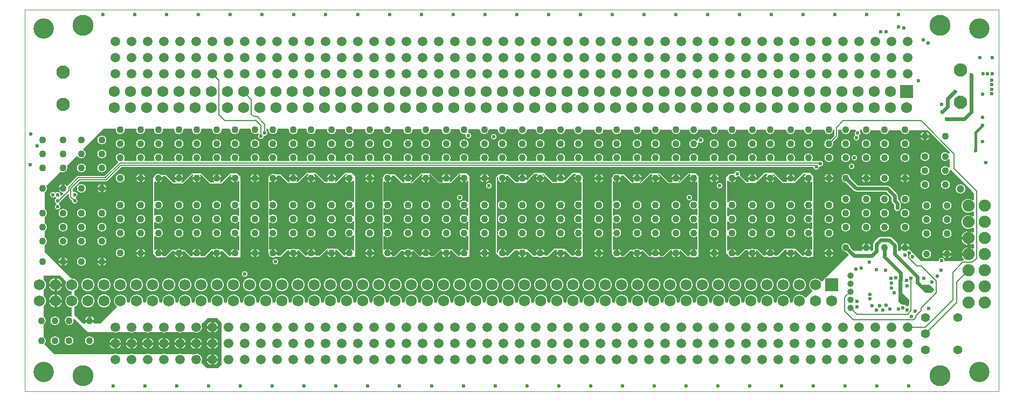
<source format=gbr>
G04 ================== begin FILE IDENTIFICATION RECORD ==================*
G04 Layout Name:  C:/NOW_WORK/VoloKh/CPI2/MAIN/BRD/CPI2_MAIN.brd*
G04 Film Name:    L3-INT1*
G04 File Format:  Gerber RS274X*
G04 File Origin:  Cadence Allegro 17.2-S074*
G04 Origin Date:  Tue Mar 30 10:27:56 2021*
G04 *
G04 Layer:  BOARD GEOMETRY/OUTLINE*
G04 Layer:  VIA CLASS/L3-INT1*
G04 Layer:  PIN/L3-INT1*
G04 Layer:  ETCH/L3-INT1*
G04 *
G04 Offset:    (0.0000 0.0000)*
G04 Mirror:    No*
G04 Mode:      Positive*
G04 Rotation:  0*
G04 FullContactRelief:  No*
G04 UndefLineWidth:     0.1000*
G04 ================== end FILE IDENTIFICATION RECORD ====================*
%FSLAX25Y25*MOMM*%
%IR0*IPPOS*OFA0.00000B0.00000*MIA0B0*SFA1.00000B1.00000*%
%ADD13C,.6*%
%ADD18C,1.*%
%ADD11C,1.1*%
%ADD21C,1.2*%
%ADD15C,2.1*%
%ADD19C,1.4*%
%ADD10C,3.2*%
%ADD16C,1.5*%
%ADD14C,3.3*%
%ADD17R,2.X2.*%
%ADD20C,1.9*%
%ADD12C,1.75*%
%ADD22C,.4*%
%ADD23C,.15*%
%ADD24C,.1*%
%ADD29C,.9004*%
%ADD25C,1.4004*%
%ADD28C,1.5004*%
%ADD26C,2.0504*%
%ADD27C,1.8004*%
G75*
%LPD*%
G75*
G36*
G01X2860000Y360000D02*
X2771170Y448830D01*
X2773320Y452260D01*
G03X2649260Y576320I-76320J47740D01*
G01X2645830Y574170D01*
X2640000Y580000D01*
X2484270D01*
G03X2401730I-41270J-80000D01*
G01X2230270D01*
G03X2147730I-41270J-80000D01*
G01X1976270D01*
G03X1893730I-41270J-80000D01*
G01X1722270D01*
G03X1639730I-41270J-80000D01*
G01X1468270D01*
G03X1385730I-41270J-80000D01*
G01X470000D01*
X309630Y740370D01*
X312750Y743950D01*
G03X300000Y847470I-52749J46048D01*
G01Y1052530D01*
G03Y1167470I-40000J57470D01*
G01Y1337550D01*
G03Y1494450I-66000J78450D01*
G01Y1591550D01*
G03Y1748450I-66000J78450D01*
G01Y1820000D01*
X560000D01*
X655240Y1724760D01*
X653280Y1721380D01*
G03X740000Y1567500I88718J-51378D01*
G01Y1518500D01*
G03Y1313500I2000J-102500D01*
G01Y1180110D01*
X745580Y1174570D01*
X739210Y1168150D01*
X735800Y1170170D01*
G03X768250Y1125640I-35798J-60175D01*
G02X785310Y1135120I9904J2267D01*
G01X991880Y930000D01*
X1382060D01*
G03X1471940I44940J78000D01*
G01X1636060D01*
G03X1725940I44940J78000D01*
G01X1890060D01*
G03X1979940I44940J78000D01*
G01X2144060D01*
G03X2233940I44940J78000D01*
G01X2398060D01*
G03X2487940I44940J78000D01*
G01X2652060D01*
G03X2777760Y1047760I44938J78000D01*
G01X2880000Y1150000D01*
X3020000D01*
X3090000Y1080000D01*
Y420000D01*
X3030000Y360000D01*
X2860000D01*
G37*
G36*
G01X1899870Y1394770D02*
X1870130Y1394790D01*
G02X1860030Y1405940I9J10157D01*
G03X1860520Y1416000I-102032J10012D01*
G03X1655480I-102520J0D01*
G03X1655960Y1406040I102522J-51D01*
G02X1645850Y1394890I-10111J-991D01*
G01X1616140Y1394910D01*
G02X1606040Y1406050I10J10157D01*
G03X1606520Y1416000I-102042J9909D01*
G03X1401480I-102520J0D01*
G03X1445180Y1332040I102517J6D01*
G02X1446530Y1316530I-5832J-8321D01*
G01X1190000Y1060000D01*
X1089580D01*
G02X1080760Y1075210I-2J10161D01*
G03X1090020Y1110000I-60758J34799D01*
G03X949980I-70020J0D01*
G03X959240Y1075210I70018J9D01*
G02X950420Y1060000I-8818J-5049D01*
G01X920000D01*
X780000Y1200000D01*
Y1320780D01*
G03Y1511220I-38004J95220D01*
G01Y1574780D01*
G03X844520Y1670000I-38004J95220D01*
G03X742000Y1772520I-102520J0D01*
G03X735160Y1772290I23J-102519D01*
G01X732860Y1772140D01*
X315000Y2190000D01*
Y2299360D01*
G03X350020Y2360000I-34992J60640D01*
G03X315000Y2420640I-70012J0D01*
G01Y2519360D01*
G03X350020Y2580000I-34992J60640D01*
G03X315000Y2640640I-70012J0D01*
G01Y2739360D01*
G03X350020Y2800000I-34992J60640D01*
G03X315000Y2860640I-70012J0D01*
G01Y3129360D01*
G03X350020Y3190000I-34992J60640D01*
G03X340530Y3225190I-70018J-8D01*
G01X338570Y3228570D01*
X561430Y3451430D01*
X564810Y3449470D01*
G03X600000Y3439980I35198J60528D01*
G03X670020Y3510000I0J70020D01*
G03X660530Y3545190I-70018J-8D01*
G01X658570Y3548570D01*
X811180Y3701180D01*
G02X827440Y3698550I7180J-7188D01*
G03X890000Y3659980I62560J31451D01*
G03X960020Y3730000I0J70020D01*
G03X921450Y3792560I-70021J0D01*
G02X918820Y3808820I4558J9080D01*
G01X1241260Y4131260D01*
X1420560Y4130910D01*
G02X1430610Y4119380I-18J-10161D01*
G03X1429980Y4110000I69391J-9372D01*
G03X1570020I70020J0D01*
G03X1569420Y4119110I-70018J-37D01*
G02X1579520Y4130590I10075J1319D01*
G01X1740480Y4130270D01*
G02X1750540Y4118830I-18J-10159D01*
G03X1749980Y4110000I69459J-8838D01*
G03X1890020I70020J0D01*
G03X1889500Y4118560I-70023J42D01*
G02X1899600Y4129960I10082J1242D01*
G01X2020410Y4129720D01*
G02X2030480Y4118350I-18J-10160D01*
G03X2029980Y4110000I69520J-8353D01*
G03X2170020I70020J0D01*
G03X2169550Y4118070I-70018J-29D01*
G02X2179670Y4129400I10092J1171D01*
G01X2340340Y4129090D01*
G02X2350420Y4117800I-19J-10162D01*
G03X2349980Y4110000I69578J-7837D01*
G03X2490020I70020J0D01*
G03X2489610Y4117520I-70017J-46D01*
G02X2499740Y4128770I10102J1089D01*
G01X2620280Y4128530D01*
G02X2630360Y4117310I-22J-10158D01*
G03X2629980Y4110000I69641J-7285D01*
G03X2770020I70020J0D01*
G03X2769670Y4117040I-70022J47D01*
G02X2779790Y4128220I10107J1021D01*
G01X2940210Y4127900D01*
G02X2950310Y4116760I-13J-10160D01*
G03X2949980Y4110000I69689J-6790D01*
G03X3090020I70020J0D01*
G03X3089720Y4116480I-70020J5D01*
G02X3099860Y4127590I10117J949D01*
G01X3220160Y4127350D01*
G02X3230260Y4116280I-19J-10160D01*
G03X3229980Y4110000I69741J-6256D01*
G03X3370020I70020J0D01*
G03X3369760Y4116000I-70019J-29D01*
G02X3379900Y4127030I10123J870D01*
G01X3540110Y4126710D01*
G02X3550210Y4115720I-22J-10157D01*
G03X3549980Y4110000I69792J-5671D01*
G03X3620000Y4039980I70020J0D01*
G03X3665690Y4056940I0J70024D01*
G02X3682480Y4049240I6631J-7697D01*
G01Y4045710D01*
X3680710Y4044190D01*
G03X3664980Y4010000I29292J-34190D01*
G03X3710000Y3964980I45020J0D01*
G03X3754840Y4005960I0J45022D01*
G02X3765890Y4015170I10119J-907D01*
G03X3770000Y4014980I4132J44829D01*
G03X3815020Y4060000I0J45020D01*
G03X3797520Y4095630I-45021J0D01*
G01Y4126210D01*
X3820070Y4126160D01*
G02X3830180Y4115240I-22J-10160D01*
G03X3829980Y4110000I69818J-5289D01*
G03X3970020I70020J0D01*
G03X3969840Y4114970I-70018J-48D01*
G02X3980000Y4125850I10137J718D01*
G01X4140020Y4125530D01*
G02X4150140Y4114690I-18J-10161D01*
G03X4149980Y4110000I69859J-4731D01*
G03X4290020I70020J0D01*
G03X4289880Y4114410I-70020J-16D01*
G02X4300040Y4125210I10139J641D01*
G01X4419990Y4124980D01*
G02X4430110Y4114210I-24J-10162D01*
G03X4429980Y4110000I69888J-4265D01*
G03X4570020I70020J0D01*
G03X4569910Y4113930I-70020J7D01*
G02X4580070Y4124660I10144J570D01*
G01X4739950Y4124340D01*
G02X4750080Y4113650I-17J-10160D01*
G03X4749980Y4110000I69917J-3742D01*
G03X4890020I70020J0D01*
G03X4889940Y4113380I-70021J34D01*
G02X4900110Y4124030I10149J490D01*
G01X5019920Y4123790D01*
G02X5030050Y4113170I-19J-10159D01*
G03X5029980Y4110000I69951J-3130D01*
G03X5170020I70020J0D01*
G03X5169960Y4112890I-70020J-8D01*
G02X5180130Y4123470I10150J421D01*
G01X5339900Y4123160D01*
G02X5350030Y4112620I-24J-10161D01*
G03X5349980Y4110000I69970J-2646D01*
G03X5490020I70020J0D01*
G03X5489980Y4112340I-70020J-27D01*
G02X5500150Y4122840I10154J340D01*
G01X5619880Y4122600D01*
G02X5630010Y4112130I-23J-10158D01*
G03X5629980Y4110000I69991J-2051D01*
G03X5770020I70020J0D01*
G03X5770000Y4111860I-70022J177D01*
G02X5780170Y4122290I10156J271D01*
G01X5939860Y4121970D01*
G02X5950000Y4111580I-18J-10160D01*
G03X5949980Y4110000I69999J-1676D01*
G03X6090020I70020J0D01*
G03X6090010Y4111300I-70021J111D01*
G02X6100190Y4121650I10156J192D01*
G01X6219850Y4121420D01*
G02X6229990Y4111100I-20J-10161D01*
G03X6229980Y4110000I70009J-1186D01*
G03X6370020I70020J0D01*
G01Y4110820D01*
G02X6380190Y4121100I10157J122D01*
G01X6539840Y4120780D01*
G02X6549980Y4110550I-17J-10158D01*
G01Y4110000D01*
G03X6690020I70020J0D01*
G01Y4110270D01*
G02X6700200Y4120470I10160J39D01*
G01X6819840Y4120230D01*
G02X6829980Y4110070I-20J-10160D01*
G01Y4110000D01*
G03X6900000Y4039980I70020J0D01*
G03X6913990Y4041390I9J70021D01*
G02X6925960Y4029330I2031J-9955D01*
G03X6924980Y4020000I44039J-9342D01*
G03X7015020I45020J0D01*
G03X6971800Y4064980I-45016J0D01*
G02X6963050Y4079550I402J10154D01*
G03X6970020Y4109780I-63049J30455D01*
G02X6980200Y4119910I10158J-28D01*
G01X7139840Y4119600D01*
G02X7149980Y4109510I-20J-10160D01*
G03X7220000Y4039980I70020J492D01*
G03X7290020Y4109230I0J70024D01*
G02X7300190Y4119280I10157J-108D01*
G01X7419850Y4119040D01*
G02X7429990Y4109030I-18J-10159D01*
G03X7500000Y4039980I70010J967D01*
G03X7570010Y4108750I0J70021D01*
G02X7580190Y4118730I10159J-180D01*
G01X7739860Y4118410D01*
G02X7750000Y4108470I-18J-10160D01*
G03X7820000Y4039980I70000J1527D01*
G03X7890000Y4108200I0J70023D01*
G02X7900170Y4118090I10154J-267D01*
G01X8019870Y4117860D01*
G02X8030010Y4107990I-17J-10161D01*
G03X8100000Y4039980I69990J2009D01*
G03X8169980Y4107710I0J70017D01*
G02X8180160Y4117540I10155J-330D01*
G01X8339890Y4117230D01*
G02X8350030Y4107440I-16J-10162D01*
G03X8420000Y4039980I69970J2557D01*
G03X8489960Y4107160I0J70018D01*
G02X8500130Y4116910I10153J-411D01*
G01X8619920Y4116670D01*
G02X8630050Y4106950I-21J-10160D01*
G03X8700000Y4039980I69950J3046D01*
G03X8769940Y4106680I0J70019D01*
G02X8780110Y4116350I10147J-488D01*
G01X8950000Y4116020D01*
X8949990Y4110910D01*
Y4110880D01*
G03X8949980Y4110000I70006J-1236D01*
G03X9090020I70020J0D01*
G01Y4110640D01*
X9090030Y4115740D01*
X9229990Y4115470D01*
X9229980Y4110380D01*
Y4110370D01*
Y4110000D01*
G03X9370020I70020J0D01*
G01Y4110100D01*
X9370030Y4115190D01*
X9549960Y4114830D01*
X9549980Y4109780D01*
G03X9620000Y4039980I70020J220D01*
G03X9690020Y4109500I0J70022D01*
G01X9690050Y4114560D01*
X9839930Y4114260D01*
X9839980Y4109240D01*
G03X9910000Y4039980I70020J764D01*
G03X9980010Y4108970I0J70018D01*
G01X9980090Y4113980D01*
X10159900Y4113630D01*
X10159990Y4108650D01*
G03X10230000Y4039980I70010J1353D01*
G03X10300000Y4108380I0J70019D01*
G01X10300120Y4113350D01*
X10439870Y4113070D01*
X10440000Y4108140D01*
G03X10510000Y4039980I70000J1865D01*
G03X10579990Y4107860I0J70023D01*
G01X10580140Y4112800D01*
X10759850Y4112440D01*
X10760020Y4107550D01*
G03X10830000Y4039980I69980J2453D01*
G03X10899970Y4107270I0J70023D01*
G01X10900160Y4112160D01*
X11039840Y4111890D01*
X11040040Y4107030D01*
G03X11110000Y4039980I69960J2973D01*
G03X11179940Y4106760I0J70015D01*
G01X11180170Y4111610D01*
X11359830Y4111250D01*
X11360070Y4106440D01*
G03X11430000Y4039980I69930J3561D01*
G03X11499910Y4106170I0J70015D01*
G01X11500180Y4110980D01*
X11639820Y4110700D01*
X11640100Y4105930D01*
G03X11710000Y4039980I69900J4068D01*
G03X11779880Y4105650I0J70015D01*
G01X11780180Y4110420D01*
X11959820Y4110070D01*
X11960140Y4105340D01*
G03X12030000Y4039980I69860J4655D01*
G03X12099850Y4105060I0J70025D01*
G01X12100180Y4109790D01*
X12239820Y4109510D01*
X12240170Y4104820D01*
G03X12310000Y4039980I69830J5182D01*
G03X12379810Y4104540I0J70023D01*
G01X12380170Y4109240D01*
X12559830Y4108880D01*
X12560220Y4104230D01*
G03X12630000Y4039980I69780J5768D01*
G03X12699760Y4103950I0J70022D01*
G01X12700160Y4108600D01*
X12722480Y4108560D01*
Y4021400D01*
X12656120Y3955040D01*
X12653110Y3956100D01*
G03X12630000Y3960020I-23100J-66102D01*
G03X12700020Y3890000I0J-70020D01*
G03X12696100Y3913110I-70022J10D01*
G01X12695040Y3916120D01*
X12769460Y3990540D01*
G03X12777520Y4010000I-19462J19460D01*
G01Y4108450D01*
X12829850Y4108350D01*
X12830260Y4103730D01*
G03X12900000Y4039980I69740J6271D01*
G03X12969710Y4103460I0J70016D01*
G01X12970150Y4108070D01*
X13048000Y4107920D01*
G02X13055000Y4090410I-17J-10161D01*
G03X13041080Y4057860I31097J-32550D01*
G03X13046080Y4037230I45022J-9D01*
G02X13042200Y4023820I-9029J-4654D01*
G03X13019980Y3985000I22801J-38820D01*
G03X13110020I45020J0D01*
G03X13105020Y4005630I-45022J9D01*
G02X13108900Y4019040I9029J4654D01*
G03X13131120Y4057860I-22801J38820D01*
G03X13117330Y4090290I-45028J0D01*
G02X13124400Y4107770I7047J7320D01*
G01X13149870Y4107720D01*
X13150320Y4103140D01*
G03X13220000Y4039980I69680J6857D01*
G03X13289660Y4102870I0J70024D01*
G01X13290120Y4107440D01*
X13439890Y4107140D01*
X13440370Y4102610D01*
G03X13510000Y4039980I69630J7391D01*
G03X13579600Y4102330I0J70022D01*
G01X13580100Y4106860D01*
X13759920Y4106510D01*
X13760440Y4102020D01*
G03X13830000Y4039980I69560J7976D01*
G03X13899530Y4101740I0J70019D01*
G01X13900060Y4106230D01*
X14185410Y4105670D01*
X14530000Y3761080D01*
Y3743370D01*
G02X14512260Y3736600I-10160J-5D01*
G03X14460000Y3760020I-52260J-46597D01*
G03Y3619980I0J-70020D01*
G03X14512260Y3643400I0J70017D01*
G02X14530000Y3636630I7580J-6765D01*
G01Y3523370D01*
G02X14512260Y3516600I-10160J-5D01*
G03X14460000Y3540020I-52260J-46597D01*
G03X14530020Y3470000I0J-70020D01*
G01Y3470400D01*
G02X14547360Y3477640I10159J53D01*
G01X14910000Y3115000D01*
Y3008820D01*
G02X14893600Y3000800I-10160J-1D01*
G03X14826000Y3024020I-67600J-86791D01*
G03Y2803980I0J-110020D01*
G03X14893600Y2827200I0J110011D01*
G02X14910000Y2819180I6240J-8019D01*
G01Y2754820D01*
G02X14893600Y2746800I-10160J-1D01*
G03X14826000Y2770020I-67600J-86791D01*
G03Y2549980I0J-110020D01*
G03X14893600Y2573200I0J110011D01*
G02X14910000Y2565180I6240J-8019D01*
G01Y2500820D01*
G02X14893600Y2492800I-10160J-1D01*
G03X14826000Y2516020I-67600J-86791D01*
G03Y2295980I0J-110020D01*
G03X14893600Y2319200I0J110011D01*
G02X14910000Y2311180I6240J-8019D01*
G01Y2246820D01*
G02X14893600Y2238800I-10160J-1D01*
G03X14826000Y2262020I-67600J-86791D01*
G03X14715980Y2152000I0J-110020D01*
G03X14752390Y2070230I110025J0D01*
G02X14745590Y2052520I-6797J-7551D01*
G01X14735000D01*
G03X14724390Y2050390I6J-27519D01*
G01X14723450Y2050000D01*
X14448990D01*
X14448920Y2055010D01*
G03X14358880I-45020J-665D01*
G01X14358810Y2050000D01*
X14085000D01*
X13925000Y2210000D01*
X13915690D01*
X13914640Y2210510D01*
G03X13900720Y2214660I-19655J-40506D01*
G02X13892880Y2229200I1286J10077D01*
G03X13900020Y2260000I-62879J30804D01*
G03X13759980I-70020J0D01*
G03X13769240Y2225210I70018J9D01*
G02X13760420Y2210000I-8818J-5049D01*
G01X13720020D01*
Y2295000D01*
G03X13705370Y2330370I-50023J0D01*
G01X13620370Y2415370D01*
G03X13585000Y2430020I-35370J-35373D01*
G01X13445000D01*
G03X13409630Y2415370I0J-50023D01*
G01X13339630Y2345370D01*
G03X13324980Y2310000I35373J-35370D01*
G01Y2220720D01*
X13314260Y2210000D01*
X13289580D01*
G02X13280760Y2225210I-2J10161D01*
G03X13290020Y2260000I-60758J34799D01*
G03X13149980I-70020J0D01*
G03X13159240Y2225210I70018J9D01*
G02X13150420Y2210000I-8818J-5049D01*
G01X13020740D01*
X12970040Y2260690D01*
X12969970Y2262680D01*
G03X12900000Y2330020I-69970J-2681D01*
G03X12829980Y2260000I0J-70020D01*
G03X12897320Y2190030I70021J0D01*
G01X12899310Y2189960D01*
X12944630Y2144630D01*
X12585020Y1785020D01*
X12580000D01*
G03X12564980Y1770000I0J-15020D01*
G01Y1764980D01*
X12526290Y1726290D01*
G02X12510710Y1727750I-7185J7181D01*
G03X12426000Y1772520I-84710J-57756D01*
G03X12323480Y1670000I0J-102520D01*
G03X12368250Y1585290I102526J0D01*
G02X12369710Y1569710I-5721J-8395D01*
G01X12272290Y1472290D01*
G02X12256710Y1473750I-7185J7181D01*
G03X12172000Y1518520I-84710J-57756D01*
G03X12069480Y1416000I0J-102520D01*
G03X12070500Y1401600I102518J26D01*
G02X12060440Y1390010I-10060J-1429D01*
G01X12029560Y1390030D01*
G02X12019510Y1401610I6J10156D01*
G03X12020520Y1416000I-101512J14355D01*
G03X11815480I-102520J0D01*
G03X11816480Y1401710I102520J-6D01*
G02X11806420Y1390130I-10060J-1421D01*
G01X11775580Y1390140D01*
G02X11765520Y1401720I2J10161D01*
G03X11766520Y1416000I-101520J14284D01*
G03X11561480I-102520J0D01*
G03X11562470Y1401810I102518J23D01*
G02X11552400Y1390250I-10064J-1400D01*
G01X11521590Y1390260D01*
G02X11511540Y1401830I11J10159D01*
G03X11512520Y1416000I-101542J14142D01*
G03X11307480I-102520J0D01*
G03X11308450Y1401920I102521J-11D01*
G02X11298390Y1390370I-10063J-1391D01*
G01X11267610Y1390380D01*
G02X11257550Y1401940I4J10161D01*
G03X11258520Y1416000I-101549J14069D01*
G03X11053480I-102520J0D01*
G03X11054440Y1402030I102518J27D01*
G02X11044370Y1390490I-10066J-1380D01*
G01X11013630Y1390500D01*
G02X11003570Y1402040I4J10159D01*
G03X11004520Y1416000I-101572J13924D01*
G03X10799480I-102520J0D01*
G03X10800420Y1402140I102521J-9D01*
G02X10790350Y1390610I-10065J-1372D01*
G01X10759640Y1390620D01*
G02X10749580Y1402150I7J10160D01*
G03X10750520Y1416000I-101580J13851D01*
G03X10545480I-102520J0D01*
G03X10546410Y1402250I102518J28D01*
G02X10536340Y1390730I-10068J-1361D01*
G01X10505660Y1390740D01*
G02X10495600Y1402260I6J10158D01*
G03X10496520Y1416000I-101602J13704D01*
G03X10291480I-102520J0D01*
G03X10292390Y1402360I102521J-11D01*
G02X10282320Y1390840I-10069J-1359D01*
G01X10251670Y1390860D01*
G02X10241610Y1402370I9J10159D01*
G03X10242520Y1416000I-101620J13630D01*
G03X10037480I-102520J0D01*
G03X10038380Y1402460I102519J15D01*
G02X10028310Y1390960I-10073J-1339D01*
G01X9997690Y1390980D01*
G02X9987620Y1402480I2J10160D01*
G03X9988520Y1416000I-101618J13554D01*
G03X9783480I-102520J0D01*
G03X9784360Y1402570I102522J-26D01*
G02X9774290Y1391080I-10072J-1331D01*
G01X9743710Y1391100D01*
G02X9733640Y1402590I1J10158D01*
G03X9734520Y1416000I-101640J13404D01*
G03X9529480I-102520J0D01*
G03X9530350Y1402680I102519J8D01*
G02X9520280Y1391200I-10075J-1319D01*
G01X9489720Y1391220D01*
G02X9479650Y1402690I4J10159D01*
G03X9480520Y1416000I-101649J13328D01*
G03X9275480I-102520J0D01*
G03X9276330Y1402790I102522J-36D01*
G02X9266260Y1391320I-10073J-1312D01*
G01X9235740Y1391340D01*
G02X9225670Y1402800I3J10157D01*
G03X9226520Y1416000I-101672J13174D01*
G03X9021480I-102520J0D01*
G03X9022320Y1402900I102520J-3D01*
G02X9012240Y1391440I-10076J-1301D01*
G01X8981750Y1391450D01*
G02X8971680Y1402910I8J10161D01*
G03X8972520Y1416000I-101680J13097D01*
G03X8767480I-102520J0D01*
G03X8768310Y1403010I102518J29D01*
G02X8758230Y1391560I-10078J-1289D01*
G01X8727770Y1391570D01*
G02X8717690Y1403020I0J10162D01*
G03X8718520Y1416000I-101688J13019D01*
G03X8513480I-102520J0D01*
G03X8514290Y1403110I102522J-28D01*
G02X8504210Y1391680I-10078J-1272D01*
G01X8473780Y1391690D01*
G02X8463710Y1403130I9J10160D01*
G03X8464520Y1416000I-101711J12862D01*
G03X8259480I-102520J0D01*
G03X8260280Y1403220I102520J2D01*
G02X8250200Y1391800I-10080J-1261D01*
G01X8219800Y1391810D01*
G02X8209720Y1403240I2J10161D01*
G03X8210520Y1416000I-101719J12782D01*
G03X8005480I-102520J0D01*
G03X8006270Y1403330I102518J33D01*
G02X7996180Y1391920I-10083J-1250D01*
G01X7965810Y1391930D01*
G02X7955740Y1403340I11J10158D01*
G03X7956520Y1416000I-101742J12623D01*
G03X7751480I-102520J0D01*
G03X7752250Y1403440I102521J-18D01*
G02X7742170Y1392040I-10081J-1243D01*
G01X7711830Y1392050D01*
G02X7701750Y1403450I3J10159D01*
G03X7702520Y1416000I-101751J12541D01*
G03X7497480I-102520J0D01*
G03X7498240Y1403550I102519J10D01*
G02X7488150Y1392150I-10086J-1238D01*
G01X7457840Y1392170D01*
G02X7447760Y1403560I5J10160D01*
G03X7448520Y1416000I-101759J12460D01*
G03X7243480I-102520J0D01*
G03X7244230Y1403660I102518J38D01*
G02X7234140Y1392270I-10088J-1228D01*
G01X7203860Y1392290D01*
G02X7193780Y1403670I4J10158D01*
G03X7194520Y1416000I-101782J12296D01*
G03X6989480I-102520J0D01*
G03X6990210Y1403760I102522J-27D01*
G02X6980130Y1392390I-10087J-1211D01*
G01X6949870Y1392410D01*
G02X6939790Y1403780I6J10158D01*
G03X6940520Y1416000I-101790J12213D01*
G03X6735480I-102520J0D01*
G03X6736200Y1403870I102520J-1D01*
G02X6726110Y1392510I-10089J-1200D01*
G01X6695890Y1392530D01*
G02X6685800Y1403890I-2J10159D01*
G03X6686520Y1416000I-101799J12129D01*
G03X6481480I-102520J0D01*
G03X6482190Y1403980I102519J25D01*
G02X6472100Y1392630I-10091J-1189D01*
G01X6441900Y1392640D01*
G02X6431810Y1403990I3J10163D01*
G03X6432520Y1416000I-101808J12045D01*
G03X6227480I-102520J0D01*
G03X6228170Y1404090I102522J-35D01*
G02X6218080Y1392750I-10089J-1182D01*
G01X6187910Y1392760D01*
G02X6177830Y1404100I11J10160D01*
G03X6178520Y1416000I-101831J11875D01*
G03X5973480I-102520J0D01*
G03X5974160Y1404200I102521J-12D01*
G02X5964070Y1392870I-10091J-1171D01*
G01X5933930Y1392880D01*
G02X5923840Y1404210I3J10161D01*
G03X5924520Y1416000I-101840J11788D01*
G03X5719480I-102520J0D01*
G03X5720150Y1404310I102519J12D01*
G02X5710060Y1392990I-10093J-1161D01*
G01X5679940Y1393000D01*
G02X5669850Y1404320I5J10161D01*
G03X5670520Y1416000I-101849J11702D01*
G03X5465480I-102520J0D01*
G03X5466140Y1404410I102519J24D01*
G02X5456040Y1393110I-10095J-1140D01*
G01X5425950Y1393120D01*
G02X5415860Y1404430I7J10162D01*
G03X5416520Y1416000I-101857J11614D01*
G03X5211480I-102520J0D01*
G03X5212120Y1404520I102522J-42D01*
G02X5202030Y1393230I-10093J-1133D01*
G01X5171970Y1393240D01*
G02X5161880Y1404540I5J10159D01*
G03X5162520Y1416000I-101881J11438D01*
G03X4957480I-102520J0D01*
G03X4958110Y1404630I102521J-22D01*
G02X4948020Y1393350I-10095J-1123D01*
G01X4917980Y1393360D01*
G02X4907890Y1404640I7J10159D01*
G03X4908520Y1416000I-101891J11348D01*
G03X4703480I-102520J0D01*
G03X4704100Y1404740I102520J-2D01*
G02X4694000Y1393460I-10099J-1119D01*
G01X4663990Y1393480D01*
G02X4653900Y1404750I9J10159D01*
G03X4654520Y1416000I-101900J11258D01*
G03X4449480I-102520J0D01*
G03X4450090Y1404850I102519J17D01*
G02X4439990Y1393580I-10101J-1109D01*
G01X4410010Y1393600D01*
G02X4399910Y1404860I0J10160D01*
G03X4400520Y1416000I-101909J11167D01*
G03X4195480I-102520J0D01*
G03X4196080Y1404960I102518J35D01*
G02X4185980Y1393700I-10102J-1098D01*
G01X4156020Y1393720D01*
G02X4145920Y1404970I2J10160D01*
G03X4146520Y1416000I-101918J11075D01*
G03X3941480I-102520J0D01*
G03X3942060Y1405060I102523J-50D01*
G02X3931960Y1393820I-10101J-1082D01*
G01X3902030Y1393840D01*
G02X3891940Y1405080I9J10157D01*
G03X3892520Y1416000I-101942J10890D01*
G03X3687480I-102520J0D01*
G03X3688050Y1405170I102522J-34D01*
G02X3677950Y1393940I-10102J-1071D01*
G01X3648050Y1393950D01*
G02X3637950Y1405190I3J10161D01*
G03X3638520Y1416000I-101951J10796D01*
G03X3433480I-102520J0D01*
G03X3434040Y1405280I102521J-19D01*
G02X3423940Y1394060I-10103J-1061D01*
G01X3394060Y1394070D01*
G02X3383960Y1405290I5J10161D01*
G03X3384520Y1416000I-101960J10701D01*
G03X3179480I-102520J0D01*
G03X3180030Y1405390I102520J-5D01*
G02X3169930Y1394180I-10105J-1051D01*
G01X3140070Y1394190D01*
G02X3129970Y1405400I6J10161D01*
G03X3130520Y1416000I-101970J10605D01*
G03X2925480I-102520J0D01*
G03X2926020Y1405500I102520J9D01*
G02X2915910Y1394300I-10106J-1041D01*
G01X2886080Y1394310D01*
G02X2875980Y1405510I8J10161D01*
G03X2876520Y1416000I-101979J10509D01*
G03X2671480I-102520J0D01*
G03X2672010Y1405610I102519J21D01*
G02X2661900Y1394420I-10107J-1031D01*
G01X2632100Y1394430D01*
G02X2621990Y1405620I-1J10161D01*
G03X2622520Y1416000I-101988J10411D01*
G03X2417480I-102520J0D01*
G03X2418000Y1405710I102519J23D01*
G02X2407890Y1394540I-10109J-1011D01*
G01X2378110Y1394550D01*
G02X2368000Y1405730I0J10161D01*
G03X2368520Y1416000I-101998J10313D01*
G03X2163480I-102520J0D01*
G03X2163990Y1405820I102518J33D01*
G02X2153880Y1394660I-10110J-1001D01*
G01X2124120Y1394670D01*
G02X2114010Y1405840I1J10161D01*
G03X2114520Y1416000I-102007J10213D01*
G03X1909480I-102520J0D01*
G03X1909980Y1405930I102518J43D01*
G02X1899870Y1394770I-10113J-997D01*
G37*
%LPC*%
G75*
G36*
G01X13029630Y3149630D02*
X12899310Y3279960D01*
X12897320Y3280030D01*
G02X12829980Y3350000I2681J69970D01*
G02X12900000Y3420020I70020J0D01*
G02X12969970Y3352680I0J-70021D01*
G01X12970040Y3350690D01*
X13085720Y3235020D01*
X13550000D01*
G02X13585370Y3220370I0J-50023D01*
G01X13700370Y3105370D01*
G02X13715020Y3070000I-35373J-35370D01*
G01Y3015920D01*
X13742870Y2988070D01*
G02X13757520Y2952700I-35373J-35370D01*
G01Y2880000D01*
G02X13657480I-50020J0D01*
G01Y2931980D01*
X13629630Y2959830D01*
G02X13614980Y2995200I35373J35370D01*
G01Y3049280D01*
X13529280Y3134980D01*
X13065000D01*
G02X13029630Y3149630I0J50023D01*
G37*
G36*
G01X3073390Y3280020D02*
X3083780D01*
X3228780Y3425020D01*
X3336220D01*
X3385020Y3376220D01*
Y2104980D01*
X3326000D01*
X3325120Y2104640D01*
G02X3300000Y2099980I-25117J65361D01*
G02X3274880Y2104640I-3J70021D01*
G01X3274000Y2104980D01*
X3208780D01*
X3098780Y2214980D01*
X3092220D01*
G03X3083070Y2200410I3J-10160D01*
G02X3090020Y2170000I-63069J-30413D01*
G02X2949980I-70020J0D01*
G02X2956930Y2200410I70019J-3D01*
G03X2947780Y2214980I-9153J4410D01*
G01X2941220D01*
X2831220Y2104980D01*
X2726000D01*
X2725120Y2104640D01*
G02X2700000Y2099980I-25117J65361D01*
G02X2674880Y2104640I-3J70021D01*
G01X2674000Y2104980D01*
X2603780D01*
X2503780Y2204980D01*
X2496240D01*
G03X2486580Y2191680I2J-10159D01*
G02X2490020Y2170000I-66580J-21677D01*
G02X2349980I-70020J0D01*
G02X2353420Y2191680I70020J3D01*
G03X2343760Y2204980I-9662J3141D01*
G01X2316220D01*
X2216220Y2104980D01*
X2126000D01*
X2125120Y2104640D01*
G02X2100000Y2099980I-25117J65361D01*
G02X2032900Y2150000I0J70016D01*
G01X2032530Y2151230D01*
X2019980Y2163780D01*
Y3356220D01*
X2032530Y3368770D01*
X2032900Y3370000D01*
G02X2100000Y3420020I67100J-19996D01*
G02X2149000Y3400020I0J-70025D01*
G01X2216220D01*
X2336220Y3280020D01*
X2366610D01*
G03X2373380Y3297760I3J10161D01*
G02X2349980Y3350000I46612J52240D01*
G02X2490020I70020J0D01*
G02X2466620Y3297760I-70012J0D01*
G03X2473390Y3280020I6767J-7579D01*
G01X2478780D01*
X2623780Y3425020D01*
X2771220D01*
X2916220Y3280020D01*
X2966610D01*
G03X2973380Y3297760I3J10161D01*
G02X2949980Y3350000I46612J52240D01*
G02X3090020I70020J0D01*
G02X3066620Y3297760I-70012J0D01*
G03X3073390Y3280020I6767J-7579D01*
G37*
G36*
G01X6678510Y3285020D02*
X6683780D01*
X6828780Y3430020D01*
X6936220D01*
X6985020Y3381220D01*
Y2109980D01*
X6936060D01*
G02X6863940I-36060J60016D01*
G01X6808780D01*
X6698780Y2219980D01*
X6689590D01*
G03X6680770Y2204770I-1J-10162D01*
G02X6690020Y2170000I-60767J-34781D01*
G02X6549980I-70020J0D01*
G02X6559230Y2204770I70017J-11D01*
G03X6550410Y2219980I-8819J5048D01*
G01X6541220D01*
X6431220Y2109980D01*
X6336060D01*
G02X6263940I-36060J60016D01*
G01X6203780D01*
X6103780Y2209980D01*
X6094430D01*
G03X6085000Y2196040I-1J-10159D01*
G02X6090020Y2170000I-65001J-26035D01*
G02X5949980I-70020J0D01*
G02X5955000Y2196040I70021J5D01*
G03X5945570Y2209980I-9429J3781D01*
G01X5916220D01*
X5816220Y2109980D01*
X5736060D01*
G02X5700000Y2099980I-36060J60016D01*
G02X5631350Y2156200I0J70024D01*
G01X5631050Y2157710D01*
X5619980Y2168780D01*
Y3361220D01*
X5635140Y3376380D01*
G02X5700000Y3420020I64860J-26379D01*
G02X5743310Y3405020I0J-70025D01*
G01X5816220D01*
X5936220Y3285020D01*
X5961490D01*
G03X5968900Y3302130I-1J10160D01*
G02X5949980Y3350000I51099J47870D01*
G02X6090020I70020J0D01*
G02X6062230Y3294150I-70016J0D01*
G01X6060220Y3292630D01*
Y3285020D01*
X6078780D01*
X6223780Y3430020D01*
X6371220D01*
X6516220Y3285020D01*
X6561490D01*
G03X6568900Y3302130I-1J10160D01*
G02X6549980Y3350000I51099J47870D01*
G02X6690020I70020J0D01*
G02X6671100Y3302130I-70019J0D01*
G03X6678510Y3285020I7411J-6950D01*
G37*
G36*
G01X10270220D02*
X10283780D01*
X10428780Y3430020D01*
X10536220D01*
X10585020Y3381220D01*
Y2109980D01*
X10546060D01*
G02X10473940I-36060J60016D01*
G01X10408780D01*
X10298780Y2219980D01*
X10285120D01*
Y2213210D01*
X10286130Y2211860D01*
G02X10300020Y2170000I-56131J-41860D01*
G02X10159980I-70020J0D01*
G02X10169230Y2204770I70017J-11D01*
G03X10160410Y2219980I-8819J5048D01*
G01X10141220D01*
X10031220Y2109980D01*
X9946060D01*
G02X9873940I-36060J60016D01*
G01X9803780D01*
X9703780Y2209980D01*
X9694430D01*
G03X9685000Y2196040I-1J-10159D01*
G02X9690020Y2170000I-65001J-26035D01*
G02X9549980I-70020J0D01*
G02X9555000Y2196040I70021J5D01*
G03X9545570Y2209980I-9429J3781D01*
G01X9516220D01*
X9416220Y2109980D01*
X9336060D01*
G02X9300000Y2099980I-36060J60016D01*
G02X9231350Y2156200I0J70024D01*
G01X9231050Y2157710D01*
X9219980Y2168780D01*
Y3361220D01*
X9235140Y3376380D01*
G02X9300000Y3420020I64860J-26379D01*
G02X9343310Y3405020I0J-70025D01*
G01X9416220D01*
X9536220Y3285020D01*
X9561490D01*
G03X9568900Y3302130I-1J10160D01*
G02X9549980Y3350000I51099J47870D01*
G02X9690020I70020J0D01*
G02X9662230Y3294150I-70016J0D01*
G01X9660220Y3292630D01*
Y3285020D01*
X9678780D01*
X9823780Y3430020D01*
X9971220D01*
X10116220Y3285020D01*
X10171490D01*
G03X10178900Y3302130I-1J10160D01*
G02X10159980Y3350000I51099J47870D01*
G02X10300020I70020J0D01*
G02X10272230Y3294150I-70016J0D01*
G01X10270220Y3292630D01*
Y3285020D01*
G37*
G36*
G01X4882820Y3290020D02*
X4888780D01*
X5033780Y3435020D01*
X5141220D01*
X5190020Y3386220D01*
Y2114980D01*
X5143310D01*
G02X5056690I-43310J55025D01*
G01X5013780D01*
X4903780Y2224980D01*
X4886480D01*
G03X4878060Y2209140I3J-10159D01*
G02X4890020Y2170000I-58064J-39140D01*
G02X4749980I-70020J0D01*
G02X4761940Y2209140I70024J0D01*
G03X4753520Y2224980I-8423J5681D01*
G01X4746220D01*
X4636220Y2114980D01*
X4543310D01*
G02X4456690I-43310J55025D01*
G01X4408780D01*
X4308780Y2214980D01*
X4292220D01*
G03X4283070Y2200410I3J-10160D01*
G02X4290020Y2170000I-63069J-30413D01*
G02X4149980I-70020J0D01*
G02X4156930Y2200410I70019J-3D01*
G03X4147780Y2214980I-9153J4410D01*
G01X4121220D01*
X4021220Y2114980D01*
X3943310D01*
G02X3900000Y2099980I-43310J55025D01*
G02X3830050Y2166830I0J70022D01*
G01X3829960Y2168800D01*
X3824980Y2173780D01*
Y3366220D01*
X3835140Y3376380D01*
G02X3900000Y3420020I64860J-26379D01*
G02X3936060Y3410020I0J-70016D01*
G01X4021220D01*
X4141220Y3290020D01*
X4157180D01*
G03X4165140Y3306490I-3J10160D01*
G02X4149980Y3350000I54858J43510D01*
G02X4290020I70020J0D01*
G02X4267780Y3298810I-70032J0D01*
G01X4266160Y3297310D01*
Y3290020D01*
X4283780D01*
X4428780Y3435020D01*
X4576220D01*
X4721220Y3290020D01*
X4757180D01*
G03X4765140Y3306490I-3J10160D01*
G02X4749980Y3350000I54858J43510D01*
G02X4890020I70020J0D01*
G02X4874860Y3306490I-70018J0D01*
G03X4882820Y3290020I7963J-6310D01*
G37*
G36*
G01X8489490Y3341430D02*
G03X8506760Y3333000I10085J-1245D01*
G01X8608780Y3435020D01*
X8716220D01*
X8765020Y3386220D01*
Y3376000D01*
X8765360Y3375120D01*
G02X8770020Y3350000I-65361J-25117D01*
G02X8765360Y3324880I-70021J-3D01*
G01X8765020Y3324000D01*
Y2956000D01*
X8765360Y2955120D01*
G02X8770020Y2930000I-65361J-25117D01*
G02X8765360Y2904880I-70021J-3D01*
G01X8765020Y2904000D01*
Y2736000D01*
X8765360Y2735120D01*
G02X8770020Y2710000I-65361J-25117D01*
G02X8765360Y2684880I-70021J-3D01*
G01X8765020Y2684000D01*
Y2516000D01*
X8765360Y2515120D01*
G02X8770020Y2490000I-65361J-25117D01*
G02X8765360Y2464880I-70021J-3D01*
G01X8765020Y2464000D01*
Y2196000D01*
X8765360Y2195120D01*
G02X8770020Y2170000I-65361J-25117D01*
G02X8765360Y2144880I-70021J-3D01*
G01X8765020Y2144000D01*
Y2114980D01*
X8743310D01*
G02X8656690I-43310J55025D01*
G01X8588780D01*
X8478780Y2224980D01*
X8471040D01*
Y2217970D01*
X8472330Y2216520D01*
G02X8490020Y2170000I-52323J-46520D01*
G02X8349980I-70020J0D01*
G02X8361940Y2209140I70024J0D01*
G03X8353520Y2224980I-8423J5681D01*
G01X8321220D01*
X8211220Y2114980D01*
X8143310D01*
G02X8056690I-43310J55025D01*
G01X7983780D01*
X7905800Y2192960D01*
G03X7888650Y2183780I-7188J-7180D01*
G02X7890020Y2170000I-68650J-13783D01*
G02X7749980I-70020J0D01*
G02X7756930Y2200410I70019J-3D01*
G03X7747780Y2214980I-9153J4410D01*
G01X7696220D01*
X7596220Y2114980D01*
X7543310D01*
G02X7500000Y2099980I-43310J55025D01*
G02X7440530Y2133040I0J70019D01*
G01X7440220Y2133540D01*
X7399980Y2173780D01*
Y3366220D01*
X7443780Y3410020D01*
X7463910D01*
X7465090Y3410700D01*
G02X7500000Y3420020I34905J-60701D01*
G02X7536060Y3410020I0J-70016D01*
G01X7596220D01*
X7716220Y3290020D01*
X7757180D01*
G03X7765140Y3306490I-3J10160D01*
G02X7749980Y3350000I54858J43510D01*
G02X7890020I70020J0D01*
G02X7889920Y3346220I-70021J-39D01*
G03X7907250Y3338490I10145J-548D01*
G01X8003780Y3435020D01*
X8151220D01*
X8296220Y3290020D01*
X8357180D01*
G03X8365140Y3306490I-3J10160D01*
G02X8349980Y3350000I54858J43510D01*
G02X8490020I70020J0D01*
G02X8489490Y3341430I-70018J29D01*
G37*
G36*
G01X11136190Y3414940D02*
G03X11150120Y3423560I3803J9420D01*
G02X11195000Y3465020I44880J-3561D01*
G02X11240020Y3420000I0J-45020D01*
G02X11234020Y3397540I-45021J-4D01*
G01X11232080Y3394170D01*
X11336220Y3290020D01*
X11367180D01*
G03X11375140Y3306490I-3J10160D01*
G02X11359980Y3350000I54858J43510D01*
G02X11500020I70020J0D01*
G02X11498650Y3336220I-70020J3D01*
G03X11515800Y3327040I9962J-2000D01*
G01X11623780Y3435020D01*
X11771220D01*
X11916220Y3290020D01*
X11967180D01*
G03X11975140Y3306490I-3J10160D01*
G02X11959980Y3350000I54858J43510D01*
G02X12100020I70020J0D01*
G02X12077780Y3298810I-70032J0D01*
G01X12076160Y3297310D01*
Y3290020D01*
X12083780D01*
X12228780Y3435020D01*
X12336220D01*
X12385020Y3386220D01*
Y2114980D01*
X12353310D01*
G02X12266690I-43310J55025D01*
G01X12208780D01*
X12098780Y2224980D01*
X12096480D01*
G03X12088060Y2209140I3J-10159D01*
G02X12100020Y2170000I-58064J-39140D01*
G02X11959980I-70020J0D01*
G02X11971940Y2209140I70024J0D01*
G03X11963520Y2224980I-8423J5681D01*
G01X11941220D01*
X11831220Y2114980D01*
X11753310D01*
G02X11666690I-43310J55025D01*
G01X11603780D01*
X11503780Y2214980D01*
X11493620D01*
G03X11489320Y2207200I3J-5080D01*
G02X11500020Y2170000I-59315J-37200D01*
G02X11359980I-70020J0D01*
G02X11366930Y2200410I70019J-3D01*
G03X11357780Y2214980I-9153J4410D01*
G01X11316220D01*
X11216220Y2114980D01*
X11153310D01*
G02X11110000Y2099980I-43310J55025D01*
G02X11042900Y2150000I0J70016D01*
G01X11042530Y2151230D01*
X11019980Y2173780D01*
Y3366220D01*
X11063780Y3410020D01*
X11073910D01*
X11075090Y3410700D01*
G02X11110000Y3420020I34905J-60701D01*
G02X11136190Y3414940I6J-70021D01*
G37*
G36*
G01X12250530Y3633040D02*
G02X12239980Y3670000I59466J36960D01*
G02X12380020I70020J0D01*
G02X12369470Y3633040I-70016J0D01*
G03X12378100Y3617520I8631J-5360D01*
G01X12475120D01*
G02X12500000Y3625020I24880J-37518D01*
G02Y3534980I0J-45020D01*
G02X12491960Y3535700I-20J45022D01*
G03X12480000Y3526040I-1808J-9995D01*
G02X12435000Y3482480I-45000J1464D01*
G02X12390110Y3524070I0J45021D01*
G01X12389750Y3528760D01*
X1520110D01*
X1296890Y3305540D01*
G02X1277430Y3297480I-19460J19462D01*
G01X871390D01*
X752520Y3178610D01*
Y3139380D01*
G03X767210Y3130290I10159J3D01*
G02X787300Y3135020I20090J-40300D01*
G02X832320Y3090000I0J-45020D01*
G02X809250Y3050690I-45026J0D01*
G03X808820Y3033200I4950J-8872D01*
G02X830020Y2995000I-23816J-38200D01*
G02X739980I-45020J0D01*
G02X740110Y2998460I45022J41D01*
G01X740290Y3000790D01*
X705540Y3035540D01*
G02X697480Y3055000I19462J19460D01*
G01Y3094030D01*
G03X680140Y3101220I-10159J3D01*
G01X560190Y2981270D01*
X559810Y2980180D01*
G02X540210Y2956250I-42508J14824D01*
G03Y2938750I5171J-8750D01*
G02X562320Y2900000I-22902J-38750D01*
G02X472280I-45020J0D01*
G02X494390Y2938750I45012J0D01*
G03Y2956250I-5171J8750D01*
G02Y3033750I22902J38750D01*
G03Y3051250I-5171J8750D01*
G02X487640Y3056130I22888J38766D01*
G03X474260I-6690J-7645D01*
G02X444600Y3044980I-29660J33874D01*
G02Y3135020I0J45020D01*
G02X474260Y3123870I0J-45024D01*
G03X487640I6690J7645D01*
G02X517300Y3135020I29660J-33874D01*
G02X562320Y3090000I0J-45020D01*
G02X562180Y3086400I-45022J-52D01*
G03X579490Y3078410I10126J-808D01*
G01X603790Y3102710D01*
G03X597040Y3120040I-7186J7181D01*
G02X529980Y3190000I2963J69960D01*
G02X600000Y3260020I70020J0D01*
G02X658120Y3229050I0J-70021D01*
G03X674230Y3228050I8437J5661D01*
G02X675540Y3229460I20804J-18015D01*
G01X820540Y3374460D01*
G02X840000Y3382520I19460J-19462D01*
G01X1253600D01*
X1465440Y3594360D01*
G03X1463550Y3610220I-7183J7187D01*
G02X1429980Y3670000I36442J59780D01*
G02X1570020I70020J0D01*
G02X1559470Y3633040I-70016J0D01*
G03X1568100Y3617520I8631J-5360D01*
G01X1751900D01*
G03X1760530Y3633040I-1J10160D01*
G02X1749980Y3670000I59466J36960D01*
G02X1890020I70020J0D01*
G02X1879470Y3633040I-70016J0D01*
G03X1888100Y3617520I8631J-5360D01*
G01X2031900D01*
G03X2040530Y3633040I-1J10160D01*
G02X2029980Y3670000I59466J36960D01*
G02X2170020I70020J0D01*
G02X2159470Y3633040I-70016J0D01*
G03X2168100Y3617520I8631J-5360D01*
G01X2351900D01*
G03X2360530Y3633040I-1J10160D01*
G02X2349980Y3670000I59466J36960D01*
G02X2490020I70020J0D01*
G02X2479470Y3633040I-70016J0D01*
G03X2488100Y3617520I8631J-5360D01*
G01X2631900D01*
G03X2640530Y3633040I-1J10160D01*
G02X2629980Y3670000I59466J36960D01*
G02X2770020I70020J0D01*
G02X2759470Y3633040I-70016J0D01*
G03X2768100Y3617520I8631J-5360D01*
G01X2951900D01*
G03X2960530Y3633040I-1J10160D01*
G02X2949980Y3670000I59466J36960D01*
G02X3090020I70020J0D01*
G02X3079470Y3633040I-70016J0D01*
G03X3088100Y3617520I8631J-5360D01*
G01X3231900D01*
G03X3240530Y3633040I-1J10160D01*
G02X3229980Y3670000I59466J36960D01*
G02X3370020I70020J0D01*
G02X3359470Y3633040I-70016J0D01*
G03X3368100Y3617520I8631J-5360D01*
G01X3551900D01*
G03X3560530Y3633040I-1J10160D01*
G02X3549980Y3670000I59466J36960D01*
G02X3690020I70020J0D01*
G02X3679470Y3633040I-70016J0D01*
G03X3688100Y3617520I8631J-5360D01*
G01X3831900D01*
G03X3840530Y3633040I-1J10160D01*
G02X3829980Y3670000I59466J36960D01*
G02X3970020I70020J0D01*
G02X3959470Y3633040I-70016J0D01*
G03X3968100Y3617520I8631J-5360D01*
G01X4151900D01*
G03X4160530Y3633040I-1J10160D01*
G02X4149980Y3670000I59466J36960D01*
G02X4290020I70020J0D01*
G02X4279470Y3633040I-70016J0D01*
G03X4288100Y3617520I8631J-5360D01*
G01X4431900D01*
G03X4440530Y3633040I-1J10160D01*
G02X4429980Y3670000I59466J36960D01*
G02X4570020I70020J0D01*
G02X4559470Y3633040I-70016J0D01*
G03X4568100Y3617520I8631J-5360D01*
G01X4751900D01*
G03X4760530Y3633040I-1J10160D01*
G02X4749980Y3670000I59466J36960D01*
G02X4890020I70020J0D01*
G02X4879470Y3633040I-70016J0D01*
G03X4888100Y3617520I8631J-5360D01*
G01X5031900D01*
G03X5040530Y3633040I-1J10160D01*
G02X5029980Y3670000I59466J36960D01*
G02X5170020I70020J0D01*
G02X5159470Y3633040I-70016J0D01*
G03X5168100Y3617520I8631J-5360D01*
G01X5351900D01*
G03X5360530Y3633040I-1J10160D01*
G02X5349980Y3670000I59466J36960D01*
G02X5490020I70020J0D01*
G02X5479470Y3633040I-70016J0D01*
G03X5488100Y3617520I8631J-5360D01*
G01X5631900D01*
G03X5640530Y3633040I-1J10160D01*
G02X5629980Y3670000I59466J36960D01*
G02X5770020I70020J0D01*
G02X5759470Y3633040I-70016J0D01*
G03X5768100Y3617520I8631J-5360D01*
G01X5951900D01*
G03X5960530Y3633040I-1J10160D01*
G02X5949980Y3670000I59466J36960D01*
G02X6090020I70020J0D01*
G02X6079470Y3633040I-70016J0D01*
G03X6088100Y3617520I8631J-5360D01*
G01X6231900D01*
G03X6240530Y3633040I-1J10160D01*
G02X6229980Y3670000I59466J36960D01*
G02X6370020I70020J0D01*
G02X6359470Y3633040I-70016J0D01*
G03X6368100Y3617520I8631J-5360D01*
G01X6551900D01*
G03X6560530Y3633040I-1J10160D01*
G02X6549980Y3670000I59466J36960D01*
G02X6690020I70020J0D01*
G02X6679470Y3633040I-70016J0D01*
G03X6688100Y3617520I8631J-5360D01*
G01X6831900D01*
G03X6840530Y3633040I-1J10160D01*
G02X6829980Y3670000I59466J36960D01*
G02X6970020I70020J0D01*
G02X6959470Y3633040I-70016J0D01*
G03X6968100Y3617520I8631J-5360D01*
G01X7151900D01*
G03X7160530Y3633040I-1J10160D01*
G02X7149980Y3670000I59466J36960D01*
G02X7290020I70020J0D01*
G02X7279470Y3633040I-70016J0D01*
G03X7288100Y3617520I8631J-5360D01*
G01X7431900D01*
G03X7440530Y3633040I-1J10160D01*
G02X7429980Y3670000I59466J36960D01*
G02X7570020I70020J0D01*
G02X7559470Y3633040I-70016J0D01*
G03X7568100Y3617520I8631J-5360D01*
G01X7751900D01*
G03X7760530Y3633040I-1J10160D01*
G02X7749980Y3670000I59466J36960D01*
G02X7890020I70020J0D01*
G02X7879470Y3633040I-70016J0D01*
G03X7888100Y3617520I8631J-5360D01*
G01X8031900D01*
G03X8040530Y3633040I-1J10160D01*
G02X8029980Y3670000I59466J36960D01*
G02X8170020I70020J0D01*
G02X8159470Y3633040I-70016J0D01*
G03X8168100Y3617520I8631J-5360D01*
G01X8351900D01*
G03X8360530Y3633040I-1J10160D01*
G02X8349980Y3670000I59466J36960D01*
G02X8490020I70020J0D01*
G02X8479470Y3633040I-70016J0D01*
G03X8488100Y3617520I8631J-5360D01*
G01X8631900D01*
G03X8640530Y3633040I-1J10160D01*
G02X8629980Y3670000I59466J36960D01*
G02X8770020I70020J0D01*
G02X8759470Y3633040I-70016J0D01*
G03X8768100Y3617520I8631J-5360D01*
G01X8951900D01*
G03X8960530Y3633040I-1J10160D01*
G02X8949980Y3670000I59466J36960D01*
G02X9090020I70020J0D01*
G02X9079470Y3633040I-70016J0D01*
G03X9088100Y3617520I8631J-5360D01*
G01X9231900D01*
G03X9240530Y3633040I-1J10160D01*
G02X9229980Y3670000I59466J36960D01*
G02X9370020I70020J0D01*
G02X9359470Y3633040I-70016J0D01*
G03X9368100Y3617520I8631J-5360D01*
G01X9551900D01*
G03X9560530Y3633040I-1J10160D01*
G02X9549980Y3670000I59466J36960D01*
G02X9690020I70020J0D01*
G02X9679470Y3633040I-70016J0D01*
G03X9688100Y3617520I8631J-5360D01*
G01X9841900D01*
G03X9850530Y3633040I-1J10160D01*
G02X9839980Y3670000I59466J36960D01*
G02X9980020I70020J0D01*
G02X9969470Y3633040I-70016J0D01*
G03X9978100Y3617520I8631J-5360D01*
G01X10161900D01*
G03X10170530Y3633040I-1J10160D01*
G02X10159980Y3670000I59466J36960D01*
G02X10300020I70020J0D01*
G02X10289470Y3633040I-70016J0D01*
G03X10298100Y3617520I8631J-5360D01*
G01X10441900D01*
G03X10450530Y3633040I-1J10160D01*
G02X10439980Y3670000I59466J36960D01*
G02X10580020I70020J0D01*
G02X10569470Y3633040I-70016J0D01*
G03X10578100Y3617520I8631J-5360D01*
G01X10761900D01*
G03X10770530Y3633040I-1J10160D01*
G02X10759980Y3670000I59466J36960D01*
G02X10900020I70020J0D01*
G02X10889470Y3633040I-70016J0D01*
G03X10898100Y3617520I8631J-5360D01*
G01X11041900D01*
G03X11050530Y3633040I-1J10160D01*
G02X11039980Y3670000I59466J36960D01*
G02X11180020I70020J0D01*
G02X11169470Y3633040I-70016J0D01*
G03X11178100Y3617520I8631J-5360D01*
G01X11361900D01*
G03X11370530Y3633040I-1J10160D01*
G02X11359980Y3670000I59466J36960D01*
G02X11500020I70020J0D01*
G02X11489470Y3633040I-70016J0D01*
G03X11498100Y3617520I8631J-5360D01*
G01X11641900D01*
G03X11650530Y3633040I-1J10160D01*
G02X11639980Y3670000I59466J36960D01*
G02X11780020I70020J0D01*
G02X11769470Y3633040I-70016J0D01*
G03X11778100Y3617520I8631J-5360D01*
G01X11961900D01*
G03X11970530Y3633040I-1J10160D01*
G02X11959980Y3670000I59466J36960D01*
G02X12100020I70020J0D01*
G02X12089470Y3633040I-70016J0D01*
G03X12098100Y3617520I8631J-5360D01*
G01X12241900D01*
G03X12250530Y3633040I-1J10160D01*
G37*
G36*
G01X10574990Y3948320D02*
G02X10620000Y3992520I45010J-817D01*
G02Y3902480I0J-45020D01*
G02X10594980Y3910070I0J45033D01*
G03X10579280Y3900150I-5649J-8444D01*
G02X10580020Y3890000I-69280J-10153D01*
G02X10510000Y3960020I-70020J0D01*
G02X10557880Y3941090I0J-70017D01*
G03X10574990Y3948320I6951J7411D01*
G37*
G54D29*
X7370000Y4000000D03*
X12990000Y3540000D03*
X13030000Y3670000D03*
X10912700Y3235000D03*
X7295000D03*
X3455000Y1845000D03*
X3935000Y2035000D03*
G54D25*
X480000Y790000D03*
X700000D03*
X480000Y1110000D03*
X1020000Y790000D03*
X11710000Y3890000D03*
X12030000D03*
X13220000Y3350000D03*
X12900000Y3670000D03*
Y3890000D03*
X13220000D03*
Y3670000D03*
X13510000Y3350000D03*
X13830000D03*
X13510000Y3670000D03*
Y3890000D03*
X13830000D03*
Y3670000D03*
X14140000Y4010000D03*
X14460000Y3250000D03*
X14140000D03*
Y3470000D03*
Y3690000D03*
X14170000Y2160000D03*
X14490000D03*
X14170000Y2480000D03*
Y2700000D03*
Y2920000D03*
X14490000D03*
Y2700000D03*
Y2480000D03*
X12900000Y2580000D03*
Y2800000D03*
Y3020000D03*
X13220000D03*
Y2800000D03*
Y2580000D03*
X9910000Y3890000D03*
X10230000D03*
X10830000Y3350000D03*
Y3890000D03*
X13510000Y2580000D03*
Y2800000D03*
Y3020000D03*
X13830000D03*
Y2800000D03*
Y2580000D03*
X600000Y2040000D03*
Y2800000D03*
Y2580000D03*
Y2360000D03*
X890000Y2040000D03*
X1210000D03*
X890000Y2360000D03*
Y2580000D03*
Y2800000D03*
X1210000D03*
Y2580000D03*
Y2360000D03*
X1500000Y2170000D03*
X1820000D03*
X1500000Y2490000D03*
Y2710000D03*
Y2930000D03*
X1820000D03*
Y2710000D03*
Y2490000D03*
X12630000Y3350000D03*
X12310000Y3890000D03*
X12630000Y3670000D03*
X890000Y3190000D03*
X1210000D03*
X890000Y3510000D03*
X1210000Y3950000D03*
Y3730000D03*
Y3510000D03*
X1500000Y3350000D03*
X1820000D03*
X1500000Y3890000D03*
X1820000D03*
X3620000Y2170000D03*
Y2930000D03*
Y2710000D03*
Y2490000D03*
X2100000Y3890000D03*
X2420000D03*
X2700000D03*
X3020000D03*
X3620000Y3350000D03*
X3300000Y3890000D03*
X3620000D03*
X11110000D03*
X11430000D03*
X5420000Y2170000D03*
Y2930000D03*
Y2710000D03*
Y2490000D03*
X3900000Y3890000D03*
X4220000D03*
X4500000D03*
X4820000D03*
X5420000Y3350000D03*
X5100000Y3890000D03*
X5420000D03*
X7220000Y2170000D03*
Y2930000D03*
Y2710000D03*
Y2490000D03*
X5700000Y3890000D03*
X6020000D03*
X6300000D03*
X6620000D03*
X7220000Y3350000D03*
X6900000Y3890000D03*
X7220000D03*
X9020000Y2170000D03*
Y2930000D03*
Y2710000D03*
Y2490000D03*
X7500000Y3890000D03*
X7820000D03*
X8100000D03*
X8420000D03*
X9020000Y3350000D03*
X8700000Y3890000D03*
X9020000D03*
X9300000D03*
X9620000D03*
X10830000Y2170000D03*
Y2930000D03*
Y2710000D03*
Y2490000D03*
X12630000Y2170000D03*
Y2930000D03*
Y2710000D03*
Y2490000D03*
G54D28*
X14700000Y3180000D03*
G54D26*
X488000Y1416000D03*
Y1670000D03*
X996000Y1416000D03*
Y1670000D03*
X1250000Y1416000D03*
Y1670000D03*
X11664000D03*
X1504000D03*
X1758000D03*
X2012000D03*
X2266000D03*
X2520000D03*
X2774000D03*
X3028000D03*
X3282000D03*
X3536000D03*
X3790000D03*
X11918000D03*
X4044000D03*
X4298000D03*
X4552000D03*
X4806000D03*
X5060000D03*
X5314000D03*
X5568000D03*
X5822000D03*
X6076000D03*
X6330000D03*
X12172000D03*
X6584000D03*
X6838000D03*
X7092000D03*
X7346000D03*
X7600000D03*
X7854000D03*
X8108000D03*
X8362000D03*
X8616000D03*
X8870000D03*
X9124000D03*
X9378000D03*
X9632000D03*
X9886000D03*
X10140000D03*
X10394000D03*
X10648000D03*
X10902000D03*
X11156000D03*
X11410000D03*
G54D27*
X1427000Y754000D03*
X2189000D03*
X1935000D03*
X1681000D03*
X2951000Y500000D03*
Y754000D03*
X2697000D03*
X2443000D03*
X2951000Y1008000D03*
%LPD*%
G75*
G36*
G01X2160760Y2135210D02*
G03X2052110Y2221080I-60766J34786D01*
G02X2035000Y2228490I-6950J7411D01*
G01Y2431510D01*
G02X2052110Y2438920I10160J-1D01*
G03Y2541080I47890J51080D01*
G02X2035000Y2548490I-6950J7411D01*
G01Y2651510D01*
G02X2052110Y2658920I10160J-1D01*
G03Y2761080I47890J51080D01*
G02X2035000Y2768490I-6950J7411D01*
G01Y2871510D01*
G02X2052110Y2878920I10160J-1D01*
G03Y2981080I47890J51080D01*
G02X2035000Y2988490I-6950J7411D01*
G01Y3291510D01*
G02X2052110Y3298920I10160J-1D01*
G03X2166570Y3371690I47886J51083D01*
G02X2176230Y3385000I9661J3148D01*
G01X2210000D01*
X2330000Y3265000D01*
X2485000D01*
X2630000Y3410000D01*
X2637190D01*
G02X2645150Y3393520I4J-10160D01*
G03X2754850I54850J-43520D01*
G02X2762810Y3410000I7956J6320D01*
G01X2765000D01*
X2910000Y3265000D01*
X3090000D01*
X3235000Y3410000D01*
X3237190D01*
G02X3245150Y3393520I4J-10160D01*
G03X3352260Y3303400I54850J-43520D01*
G02X3370000Y3296630I7580J-6765D01*
G01Y2983370D01*
G02X3352260Y2976600I-10160J-5D01*
G03Y2883400I-52260J-46600D01*
G02X3370000Y2876630I7580J-6765D01*
G01Y2763370D01*
G02X3352260Y2756600I-10160J-5D01*
G03Y2663400I-52260J-46600D01*
G02X3370000Y2656630I7580J-6765D01*
G01Y2543370D01*
G02X3352260Y2536600I-10160J-5D01*
G03Y2443400I-52260J-46600D01*
G02X3370000Y2436630I7580J-6765D01*
G01Y2223370D01*
G02X3352260Y2216600I-10160J-5D01*
G03X3239240Y2135210I-52253J-46606D01*
G02X3230420Y2120000I-8818J-5049D01*
G01X3215000D01*
X3105000Y2230000D01*
X3056090D01*
G03X2983910I-36090J-60000D01*
G01X2935000D01*
X2825000Y2120000D01*
X2769580D01*
G02X2760760Y2135210I-2J10161D01*
G03X2639240I-60760J34790D01*
G02X2630420Y2120000I-8818J-5049D01*
G01X2610000D01*
X2510000Y2220000D01*
X2469020D01*
G03X2370980I-49020J-50000D01*
G01X2310000D01*
X2210000Y2120000D01*
X2169580D01*
G02X2160760Y2135210I-2J10161D01*
G37*
G36*
G01X3974420Y2130000D02*
G02X3964990Y2143940I0J10160D01*
G03X3856480Y2224850I-64990J26058D01*
G02X3840000Y2232810I-6320J7956D01*
G01Y2427190D01*
G02X3856480Y2435150I10160J4D01*
G03Y2544850I43520J54850D01*
G02X3840000Y2552810I-6320J7956D01*
G01Y2647190D01*
G02X3856480Y2655150I10160J4D01*
G03Y2764850I43520J54850D01*
G02X3840000Y2772810I-6320J7956D01*
G01Y2867190D01*
G02X3856480Y2875150I10160J4D01*
G03Y2984850I43520J54850D01*
G02X3840000Y2992810I-6320J7956D01*
G01Y3287190D01*
G02X3856480Y3295150I10160J4D01*
G03X3963060Y3380430I43518J54852D01*
G02X3972210Y3395000I9153J4410D01*
G01X4015000D01*
X4135000Y3275000D01*
X4290000D01*
X4435000Y3420000D01*
X4446630D01*
G02X4453400Y3402260I5J-10160D01*
G03X4546600I46600J-52260D01*
G02X4553370Y3420000I6765J7580D01*
G01X4570000D01*
X4715000Y3275000D01*
X4895000D01*
X5040000Y3420000D01*
X5046630D01*
G02X5053400Y3402260I5J-10160D01*
G03X5156620Y3308810I46596J-52264D01*
G02X5175000Y3302840I8219J-5973D01*
G01Y2977160D01*
G02X5156620Y2971190I-10161J3D01*
G03Y2888810I-56620J-41190D01*
G02X5175000Y2882840I8219J-5973D01*
G01Y2757160D01*
G02X5156620Y2751190I-10161J3D01*
G03Y2668810I-56620J-41190D01*
G02X5175000Y2662840I8219J-5973D01*
G01Y2537160D01*
G02X5156620Y2531190I-10161J3D01*
G03Y2448810I-56620J-41190D01*
G02X5175000Y2442840I8219J-5973D01*
G01Y2217160D01*
G02X5156620Y2211190I-10161J3D01*
G03X5035010Y2143940I-56620J-41194D01*
G02X5025580Y2130000I-9430J-3780D01*
G01X5020000D01*
X4910000Y2240000D01*
X4821620D01*
G03X4818380I-1620J-70000D01*
G01X4740000D01*
X4630000Y2130000D01*
X4574420D01*
G02X4564990Y2143940I0J10160D01*
G03X4435010I-64990J26060D01*
G02X4425580Y2130000I-9430J-3780D01*
G01X4415000D01*
X4315000Y2230000D01*
X4256090D01*
G03X4183910I-36090J-60000D01*
G01X4115000D01*
X4015000Y2130000D01*
X3974420D01*
G37*
G36*
G01X5763060Y2139570D02*
G03X5652110Y2221080I-63062J30428D01*
G02X5635000Y2228490I-6950J7411D01*
G01Y2431510D01*
G02X5652110Y2438920I10160J-1D01*
G03Y2541080I47890J51080D01*
G02X5635000Y2548490I-6950J7411D01*
G01Y2651510D01*
G02X5652110Y2658920I10160J-1D01*
G03Y2761080I47890J51080D01*
G02X5635000Y2768490I-6950J7411D01*
G01Y2871510D01*
G02X5652110Y2878920I10160J-1D01*
G03Y2981080I47890J51080D01*
G02X5635000Y2988490I-6950J7411D01*
G01Y3291510D01*
G02X5652110Y3298920I10160J-1D01*
G03X5764990Y3376060I47890J51081D01*
G02X5774420Y3390000I9430J3780D01*
G01X5810000D01*
X5930000Y3270000D01*
X6085000D01*
X6230000Y3415000D01*
X6241510D01*
G02X6248920Y3397890I-1J-10160D01*
G03X6351080I51080J-47890D01*
G02X6358490Y3415000I7411J6950D01*
G01X6365000D01*
X6510000Y3270000D01*
X6690000D01*
X6835000Y3415000D01*
X6841510D01*
G02X6848920Y3397890I-1J-10160D01*
G03X6952260Y3303400I51080J-47890D01*
G02X6970000Y3296630I7580J-6765D01*
G01Y2983370D01*
G02X6952260Y2976600I-10160J-5D01*
G03Y2883400I-52260J-46600D01*
G02X6970000Y2876630I7580J-6765D01*
G01Y2763370D01*
G02X6952260Y2756600I-10160J-5D01*
G03Y2663400I-52260J-46600D01*
G02X6970000Y2656630I7580J-6765D01*
G01Y2543370D01*
G02X6952260Y2536600I-10160J-5D01*
G03Y2443400I-52260J-46600D01*
G02X6970000Y2436630I7580J-6765D01*
G01Y2223370D01*
G02X6952260Y2216600I-10160J-5D01*
G03X6836940Y2139570I-52258J-46603D01*
G02X6827790Y2125000I-9153J-4410D01*
G01X6815000D01*
X6705000Y2235000D01*
X6646050D01*
X6645170Y2235340D01*
G03X6594830I-25170J-65340D01*
G01X6593950Y2235000D01*
X6535000D01*
X6425000Y2125000D01*
X6372210D01*
G02X6363060Y2139570I3J10160D01*
G03X6236940I-63060J30430D01*
G02X6227790Y2125000I-9153J-4410D01*
G01X6210000D01*
X6110000Y2225000D01*
X6063330D01*
G03X5976670I-43330J-55000D01*
G01X5910000D01*
X5810000Y2125000D01*
X5772210D01*
G02X5763060Y2139570I3J10160D01*
G37*
G36*
G01X8750000Y2779580D02*
G02X8734790Y2770760I-10161J-2D01*
G03Y2649240I-34790J-60760D01*
G02X8750000Y2640420I5049J-8818D01*
G01Y2559580D01*
G02X8734790Y2550760I-10161J-2D01*
G03Y2429240I-34790J-60760D01*
G02X8750000Y2420420I5049J-8818D01*
G01Y2239580D01*
G02X8734790Y2230760I-10161J-2D01*
G03X8635010Y2143940I-34790J-60764D01*
G02X8625580Y2130000I-9430J-3780D01*
G01X8595000D01*
X8485000Y2240000D01*
X8421620D01*
G03X8418380I-1620J-70000D01*
G01X8315000D01*
X8205000Y2130000D01*
X8174420D01*
G02X8164990Y2143940I0J10160D01*
G03X8035010I-64990J26060D01*
G02X8025580Y2130000I-9430J-3780D01*
G01X7990000D01*
X7929460Y2190540D01*
G03X7915640Y2204360I-34360J-20540D01*
G01X7890000Y2230000D01*
X7856090D01*
G03X7783910I-36090J-60000D01*
G01X7690000D01*
X7590000Y2130000D01*
X7574420D01*
G02X7564990Y2143940I0J10160D01*
G03X7430280Y2176490I-64991J26058D01*
G01X7430110Y2174660D01*
X7425220Y2169780D01*
X7415000Y2180000D01*
Y3360000D01*
X7426220Y3371220D01*
X7431720Y3365730D01*
X7431210Y3363090D01*
G03X7563060Y3380430I68787J-13089D01*
G02X7572210Y3395000I9153J4410D01*
G01X7590000D01*
X7710000Y3275000D01*
X7865000D01*
X7900310Y3310310D01*
G03X7934790Y3344790I-5210J39690D01*
G01X8010000Y3420000D01*
X8046640D01*
G02X8053400Y3402260I-5J-10160D01*
G03X8135200Y3410530I46602J-52260D01*
G01X8132670Y3412000D01*
Y3420000D01*
X8145000D01*
X8290000Y3275000D01*
X8470000D01*
X8506680Y3311680D01*
G03X8533420Y3338420I-11580J38320D01*
G01X8615000Y3420000D01*
X8646640D01*
G02X8653400Y3402260I-5J-10160D01*
G03X8734790Y3289240I46606J-52253D01*
G02X8750000Y3280420I5049J-8818D01*
G01Y2999580D01*
G02X8734790Y2990760I-10161J-2D01*
G03Y2869240I-34790J-60760D01*
G02X8750000Y2860420I5049J-8818D01*
G01Y2779580D01*
G37*
G36*
G01X9363060Y2139570D02*
G03X9252110Y2221080I-63062J30428D01*
G02X9235000Y2228490I-6950J7411D01*
G01Y2431510D01*
G02X9252110Y2438920I10160J-1D01*
G03Y2541080I47890J51080D01*
G02X9235000Y2548490I-6950J7411D01*
G01Y2651510D01*
G02X9252110Y2658920I10160J-1D01*
G03Y2761080I47890J51080D01*
G02X9235000Y2768490I-6950J7411D01*
G01Y2871510D01*
G02X9252110Y2878920I10160J-1D01*
G03Y2981080I47890J51080D01*
G02X9235000Y2988490I-6950J7411D01*
G01Y3291510D01*
G02X9252110Y3298920I10160J-1D01*
G03X9364990Y3376060I47890J51081D01*
G02X9374420Y3390000I9430J3780D01*
G01X9410000D01*
X9530000Y3270000D01*
X9685000D01*
X9830000Y3415000D01*
X9851510D01*
G02X9858920Y3397890I-1J-10160D01*
G03X9952210Y3405870I51083J-47890D01*
G01X9950190Y3407390D01*
Y3415000D01*
X9965000D01*
X10110000Y3270000D01*
X10290000D01*
X10435000Y3415000D01*
X10451510D01*
G02X10458920Y3397890I-1J-10160D01*
G03X10553520Y3295150I51085J-47885D01*
G02X10570000Y3287190I6320J-7956D01*
G01Y2992810D01*
G02X10553520Y2984850I-10160J-4D01*
G03Y2875150I-43520J-54850D01*
G02X10570000Y2867190I6320J-7956D01*
G01Y2772810D01*
G02X10553520Y2764850I-10160J-4D01*
G03Y2655150I-43520J-54850D01*
G02X10570000Y2647190I6320J-7956D01*
G01Y2552810D01*
G02X10553520Y2544850I-10160J-4D01*
G03Y2435150I-43520J-54850D01*
G02X10570000Y2427190I6320J-7956D01*
G01Y2232810D01*
G02X10553520Y2224850I-10160J-4D01*
G03X10446940Y2139570I-43518J-54852D01*
G02X10437790Y2125000I-9153J-4410D01*
G01X10415000D01*
X10305000Y2235000D01*
X10256050D01*
X10255170Y2235340D01*
G03X10204830I-25170J-65340D01*
G01X10203950Y2235000D01*
X10135000D01*
X10025000Y2125000D01*
X9982210D01*
G02X9973060Y2139570I3J10160D01*
G03X9846940I-63060J30430D01*
G02X9837790Y2125000I-9153J-4410D01*
G01X9810000D01*
X9710000Y2225000D01*
X9663330D01*
G03X9576670I-43330J-55000D01*
G01X9510000D01*
X9410000Y2125000D01*
X9372210D01*
G02X9363060Y2139570I3J10160D01*
G37*
G36*
G01X11184420Y2130000D02*
G02X11174990Y2143940I0J10160D01*
G03X11053380Y2211190I-64990J26056D01*
G02X11035000Y2217160I-8219J5973D01*
G01Y2442840D01*
G02X11053380Y2448810I10161J-3D01*
G03Y2531190I56620J41190D01*
G02X11035000Y2537160I-8219J5973D01*
G01Y2662840D01*
G02X11053380Y2668810I10161J-3D01*
G03Y2751190I56620J41190D01*
G02X11035000Y2757160I-8219J5973D01*
G01Y2882840D01*
G02X11053380Y2888810I10161J-3D01*
G03Y2971190I56620J41190D01*
G02X11035000Y2977160I-8219J5973D01*
G01Y3302840D01*
G02X11053250Y3308990I10162J-1D01*
G03X11178750Y3363250I56747J41015D01*
G02X11189880Y3375270I9977J1925D01*
G03X11221440Y3383560I5120J44729D01*
G01X11330000Y3275000D01*
X11485000D01*
X11525640Y3315640D01*
G03X11539460Y3329460I-20540J34360D01*
G01X11630000Y3420000D01*
X11656640D01*
G02X11663400Y3402260I-5J-10160D01*
G03X11745200Y3410530I46602J-52260D01*
G01X11742680Y3412000D01*
Y3420000D01*
X11765000D01*
X11910000Y3275000D01*
X12090000D01*
X12235000Y3420000D01*
X12256640D01*
G02X12263400Y3402260I-5J-10160D01*
G03X12353520Y3295150I46600J-52260D01*
G02X12370000Y3287200I6320J-7956D01*
G01Y2992800D01*
G02X12353520Y2984850I-10160J6D01*
G03Y2875150I-43520J-54850D01*
G02X12370000Y2867200I6320J-7956D01*
G01Y2772800D01*
G02X12353520Y2764850I-10160J6D01*
G03Y2655150I-43520J-54850D01*
G02X12370000Y2647200I6320J-7956D01*
G01Y2552800D01*
G02X12353520Y2544850I-10160J6D01*
G03Y2435150I-43520J-54850D01*
G02X12370000Y2427200I6320J-7956D01*
G01Y2232800D01*
G02X12353520Y2224850I-10160J6D01*
G03X12245010Y2143940I-43520J-54852D01*
G02X12235580Y2130000I-9430J-3780D01*
G01X12215000D01*
X12105000Y2240000D01*
X12031560D01*
G03X12028440I-1560J-70000D01*
G01X11935000D01*
X11825000Y2130000D01*
X11784420D01*
G02X11774990Y2143940I0J10160D01*
G03X11645010I-64990J26060D01*
G02X11635580Y2130000I-9430J-3780D01*
G01X11610000D01*
X11510000Y2230000D01*
X11466090D01*
G03X11393910I-36090J-60000D01*
G01X11310000D01*
X11210000Y2130000D01*
X11184420D01*
G37*
%LPC*%
G75*
G54D29*
X6835000Y3045000D03*
X10445000D03*
G54D25*
X2700000Y2710000D03*
Y2930000D03*
Y2490000D03*
X2420000Y2930000D03*
Y2710000D03*
Y2490000D03*
X3020000Y2930000D03*
Y2710000D03*
Y2490000D03*
X4500000Y2710000D03*
Y2930000D03*
Y2490000D03*
X4220000Y2930000D03*
Y2710000D03*
Y2490000D03*
X4820000Y2930000D03*
Y2710000D03*
Y2490000D03*
X6020000Y2930000D03*
Y2710000D03*
Y2490000D03*
X6300000Y2710000D03*
Y2930000D03*
Y2490000D03*
X6620000Y2930000D03*
Y2710000D03*
Y2490000D03*
X7500000Y2710000D03*
Y2930000D03*
Y2490000D03*
X8100000Y2710000D03*
Y2930000D03*
Y2490000D03*
X7820000Y2930000D03*
Y2710000D03*
Y2490000D03*
X8420000Y2930000D03*
Y2710000D03*
Y2490000D03*
X9620000Y2930000D03*
Y2710000D03*
Y2490000D03*
X9910000Y2710000D03*
Y2930000D03*
Y2490000D03*
X10230000Y2930000D03*
Y2710000D03*
Y2490000D03*
X11430000D03*
Y2710000D03*
Y2930000D03*
X12030000Y2490000D03*
Y2710000D03*
Y2930000D03*
X11710000Y2490000D03*
Y2930000D03*
Y2710000D03*
%LPD*%
G75*
G54D10*
X300000Y300000D03*
Y5700000D03*
X15000000Y300000D03*
Y5700000D03*
G54D20*
X14826000Y1644000D03*
Y1390000D03*
Y2406000D03*
Y2152000D03*
Y1898000D03*
Y2914000D03*
Y2660000D03*
X15080000Y1644000D03*
Y1390000D03*
Y2406000D03*
Y2152000D03*
Y1898000D03*
Y2914000D03*
Y2660000D03*
G54D11*
X260000Y790000D03*
Y1110000D03*
X280000Y2360000D03*
Y2040000D03*
Y3190000D03*
Y2580000D03*
Y2800000D03*
Y3730000D03*
Y3510000D03*
Y3950000D03*
X480000Y790000D03*
X700000D03*
X1020000D03*
X480000Y1110000D03*
X700000D03*
X1020000D03*
X890000Y2360000D03*
Y2040000D03*
X600000Y2360000D03*
Y2040000D03*
X890000Y3190000D03*
X600000D03*
X890000Y2580000D03*
Y2800000D03*
X600000D03*
Y2580000D03*
X890000Y3730000D03*
Y3510000D03*
X600000Y3730000D03*
Y3510000D03*
X890000Y3950000D03*
X600000D03*
X1500000Y2490000D03*
Y2170000D03*
X1820000Y2490000D03*
Y2170000D03*
X1210000Y2360000D03*
Y2040000D03*
Y3190000D03*
X1500000Y2710000D03*
Y2930000D03*
X1820000D03*
Y2710000D03*
X1210000Y2800000D03*
Y2580000D03*
X1500000Y3890000D03*
Y3670000D03*
Y3350000D03*
X1820000Y3890000D03*
Y3670000D03*
Y3350000D03*
X1210000Y3730000D03*
Y3510000D03*
X1500000Y4110000D03*
X1820000D03*
X1210000Y3950000D03*
X2100000Y2490000D03*
Y2170000D03*
X2420000Y2490000D03*
Y2170000D03*
X2100000Y2710000D03*
Y2930000D03*
X2420000D03*
Y2710000D03*
X2100000Y3890000D03*
Y3670000D03*
Y3350000D03*
X2420000Y3890000D03*
Y3670000D03*
Y3350000D03*
X2100000Y4110000D03*
X2420000D03*
X2700000Y2490000D03*
Y2170000D03*
X3020000Y2490000D03*
Y2170000D03*
X2700000Y2710000D03*
Y2930000D03*
X3020000D03*
Y2710000D03*
X2700000Y3890000D03*
Y3670000D03*
Y3350000D03*
X3020000Y3890000D03*
Y3670000D03*
Y3350000D03*
X2700000Y4110000D03*
X3020000D03*
X3900000Y2490000D03*
Y2170000D03*
X3300000Y2490000D03*
Y2170000D03*
X3620000Y2490000D03*
Y2170000D03*
X3900000Y2710000D03*
Y2930000D03*
X3300000Y2710000D03*
Y2930000D03*
X3620000D03*
Y2710000D03*
X3900000Y3890000D03*
Y3670000D03*
Y3350000D03*
X3300000Y3890000D03*
Y3670000D03*
Y3350000D03*
X3620000Y3890000D03*
Y3670000D03*
Y3350000D03*
X3900000Y4110000D03*
X3300000D03*
X3620000D03*
X4500000Y2490000D03*
Y2170000D03*
X4220000Y2490000D03*
Y2170000D03*
X4500000Y2710000D03*
Y2930000D03*
X4220000D03*
Y2710000D03*
X4500000Y3890000D03*
Y3670000D03*
Y3350000D03*
X4220000Y3890000D03*
Y3670000D03*
Y3350000D03*
X4500000Y4110000D03*
X4220000D03*
X5100000Y2490000D03*
Y2170000D03*
X4820000Y2490000D03*
Y2170000D03*
X5100000Y2710000D03*
Y2930000D03*
X4820000D03*
Y2710000D03*
X5100000Y3890000D03*
Y3670000D03*
Y3350000D03*
X4820000Y3890000D03*
Y3670000D03*
Y3350000D03*
X5100000Y4110000D03*
X4820000D03*
X5700000Y2490000D03*
Y2170000D03*
X5420000Y2490000D03*
Y2170000D03*
X5700000Y2710000D03*
Y2930000D03*
X5420000D03*
Y2710000D03*
X5700000Y3890000D03*
Y3670000D03*
Y3350000D03*
X5420000Y3890000D03*
Y3670000D03*
Y3350000D03*
X5700000Y4110000D03*
X5420000D03*
X6300000Y2490000D03*
Y2170000D03*
X6620000Y2490000D03*
Y2170000D03*
X6020000Y2490000D03*
Y2170000D03*
X6300000Y2710000D03*
Y2930000D03*
X6620000D03*
Y2710000D03*
X6020000Y2930000D03*
Y2710000D03*
X6300000Y3890000D03*
Y3670000D03*
Y3350000D03*
X6620000Y3890000D03*
Y3670000D03*
Y3350000D03*
X6020000Y3890000D03*
Y3670000D03*
Y3350000D03*
X6300000Y4110000D03*
X6620000D03*
X6020000D03*
X6900000Y2490000D03*
Y2170000D03*
X7220000Y2490000D03*
Y2170000D03*
X6900000Y2710000D03*
Y2930000D03*
X7220000D03*
Y2710000D03*
X6900000Y3890000D03*
Y3670000D03*
Y3350000D03*
X7220000Y3890000D03*
Y3670000D03*
Y3350000D03*
X6900000Y4110000D03*
X7220000D03*
X7500000Y2490000D03*
Y2170000D03*
X7820000Y2490000D03*
Y2170000D03*
X7500000Y2710000D03*
Y2930000D03*
X7820000D03*
Y2710000D03*
X7500000Y3890000D03*
Y3670000D03*
Y3350000D03*
X7820000Y3890000D03*
Y3670000D03*
Y3350000D03*
X7500000Y4110000D03*
X7820000D03*
X8700000Y2490000D03*
Y2170000D03*
X8100000Y2490000D03*
Y2170000D03*
X8420000Y2490000D03*
Y2170000D03*
X8700000Y2710000D03*
Y2930000D03*
X8100000Y2710000D03*
Y2930000D03*
X8420000D03*
Y2710000D03*
X8700000Y3890000D03*
Y3670000D03*
Y3350000D03*
X8100000Y3890000D03*
Y3670000D03*
Y3350000D03*
X8420000Y3890000D03*
Y3670000D03*
Y3350000D03*
X8700000Y4110000D03*
X8100000D03*
X8420000D03*
X9020000Y2490000D03*
Y2170000D03*
X9300000Y2490000D03*
Y2170000D03*
X9020000Y2930000D03*
Y2710000D03*
X9300000D03*
Y2930000D03*
Y3890000D03*
Y3670000D03*
Y3350000D03*
X9020000Y3890000D03*
Y3670000D03*
Y3350000D03*
X9300000Y4110000D03*
X9020000D03*
X9910000Y2490000D03*
Y2170000D03*
X9620000Y2490000D03*
Y2170000D03*
X9910000Y2710000D03*
Y2930000D03*
X9620000D03*
Y2710000D03*
Y3890000D03*
Y3670000D03*
Y3350000D03*
X9910000Y3890000D03*
Y3670000D03*
Y3350000D03*
X9620000Y4110000D03*
X9910000D03*
X10510000Y2490000D03*
Y2170000D03*
X10830000Y2490000D03*
Y2170000D03*
X10230000Y2490000D03*
Y2170000D03*
X10510000Y2710000D03*
Y2930000D03*
X10830000D03*
Y2710000D03*
X10230000Y2930000D03*
Y2710000D03*
X10510000Y3890000D03*
Y3670000D03*
Y3350000D03*
X10830000Y3890000D03*
Y3670000D03*
Y3350000D03*
X10230000Y3890000D03*
Y3670000D03*
Y3350000D03*
X10510000Y4110000D03*
X10830000D03*
X10230000D03*
X11110000Y2490000D03*
Y2170000D03*
X11430000Y2490000D03*
Y2170000D03*
X11110000Y2710000D03*
Y2930000D03*
X11430000D03*
Y2710000D03*
X11110000Y3890000D03*
Y3670000D03*
Y3350000D03*
X11430000Y3890000D03*
Y3670000D03*
Y3350000D03*
X11110000Y4110000D03*
X11430000D03*
X11710000Y2490000D03*
Y2170000D03*
X12030000Y2490000D03*
Y2170000D03*
X11710000Y2710000D03*
Y2930000D03*
X12030000D03*
Y2710000D03*
X11710000Y3890000D03*
Y3670000D03*
Y3350000D03*
X12030000Y3890000D03*
Y3670000D03*
Y3350000D03*
X11710000Y4110000D03*
X12030000D03*
X12310000Y2490000D03*
Y2170000D03*
X12630000Y2490000D03*
Y2170000D03*
X12900000Y2260000D03*
X12310000Y2710000D03*
Y2930000D03*
X12630000D03*
Y2710000D03*
X12900000Y2800000D03*
Y3020000D03*
Y2580000D03*
X12310000Y3890000D03*
Y3670000D03*
Y3350000D03*
X12630000Y3890000D03*
Y3670000D03*
Y3350000D03*
X12900000Y3890000D03*
Y3670000D03*
Y3350000D03*
X12310000Y4110000D03*
X12630000D03*
X12900000D03*
X13510000Y2260000D03*
X13220000D03*
X13510000Y2800000D03*
Y3020000D03*
Y2580000D03*
X13220000Y3020000D03*
Y2800000D03*
Y2580000D03*
X13510000Y3890000D03*
Y3670000D03*
Y3350000D03*
X13220000Y3890000D03*
Y3670000D03*
Y3350000D03*
X13510000Y4110000D03*
X13220000D03*
X13830000Y2260000D03*
X14170000Y2480000D03*
Y2160000D03*
X13830000Y3020000D03*
Y2800000D03*
Y2580000D03*
X14170000Y2700000D03*
Y2920000D03*
X14140000Y3250000D03*
Y3470000D03*
Y3690000D03*
X13830000Y3890000D03*
Y3670000D03*
Y3350000D03*
X14140000Y4010000D03*
X13830000Y4110000D03*
X14490000Y2480000D03*
Y2160000D03*
Y2920000D03*
Y2700000D03*
X14460000Y3470000D03*
Y3250000D03*
Y3690000D03*
Y4010000D03*
G54D12*
X234000Y1416000D03*
X488000D03*
X234000Y1670000D03*
X488000D03*
X742000Y1416000D03*
X996000D03*
X742000Y1670000D03*
X996000D03*
X1250000Y1416000D03*
X1504000D03*
X1758000D03*
X1250000Y1670000D03*
X1504000D03*
X1758000D03*
X1404000Y4456000D03*
X1658000D03*
X1404000Y4710000D03*
X1658000D03*
X2012000Y1416000D03*
X2266000D03*
X2520000D03*
X2012000Y1670000D03*
X2266000D03*
X2520000D03*
X1912000Y4456000D03*
X2166000D03*
X2420000D03*
X1912000Y4710000D03*
X2166000D03*
X2420000D03*
X2774000Y1416000D03*
X3028000D03*
X2774000Y1670000D03*
X3028000D03*
X2674000Y4456000D03*
X2928000D03*
X3182000D03*
X2674000Y4710000D03*
X2928000D03*
X3182000D03*
X3282000Y1416000D03*
X3536000D03*
X3790000D03*
X3282000Y1670000D03*
X3536000D03*
X3790000D03*
X3436000Y4456000D03*
X3690000D03*
X3944000D03*
X3436000Y4710000D03*
X3690000D03*
X3944000D03*
X4044000Y1416000D03*
X4298000D03*
X4552000D03*
X4044000Y1670000D03*
X4298000D03*
X4552000D03*
X4198000Y4456000D03*
X4452000D03*
X4198000Y4710000D03*
X4452000D03*
X4806000Y1416000D03*
X5060000D03*
X5314000D03*
X4806000Y1670000D03*
X5060000D03*
X5314000D03*
X4706000Y4456000D03*
X4960000D03*
X5214000D03*
X4706000Y4710000D03*
X4960000D03*
X5214000D03*
X5568000Y1416000D03*
X5822000D03*
X5568000Y1670000D03*
X5822000D03*
X5468000Y4456000D03*
X5722000D03*
X5976000D03*
X5468000Y4710000D03*
X5722000D03*
X5976000D03*
X6076000Y1416000D03*
X6330000D03*
X6584000D03*
X6076000Y1670000D03*
X6330000D03*
X6584000D03*
X6230000Y4456000D03*
X6484000D03*
X6230000Y4710000D03*
X6484000D03*
X6838000Y1416000D03*
X7092000D03*
X7346000D03*
X6838000Y1670000D03*
X7092000D03*
X7346000D03*
X6738000Y4456000D03*
X6992000D03*
X7246000D03*
X6738000Y4710000D03*
X6992000D03*
X7246000D03*
X7600000Y1416000D03*
Y1670000D03*
X7854000Y1416000D03*
Y1670000D03*
X8108000Y1416000D03*
Y1670000D03*
X7500000Y4456000D03*
X7754000D03*
X8008000D03*
X7500000Y4710000D03*
X7754000D03*
X8008000D03*
X8362000Y1416000D03*
Y1670000D03*
X8616000Y1416000D03*
Y1670000D03*
X8262000Y4456000D03*
X8516000D03*
X8770000D03*
X8262000Y4710000D03*
X8516000D03*
X8770000D03*
X8870000Y1416000D03*
Y1670000D03*
X9124000Y1416000D03*
Y1670000D03*
X9378000Y1416000D03*
Y1670000D03*
X9024000Y4456000D03*
X9278000D03*
X9024000Y4710000D03*
X9278000D03*
X9632000Y1416000D03*
Y1670000D03*
X9886000Y1416000D03*
Y1670000D03*
X10140000Y1416000D03*
Y1670000D03*
X9532000Y4456000D03*
X9786000D03*
X10040000D03*
X9532000Y4710000D03*
X9786000D03*
X10040000D03*
X10394000Y1416000D03*
Y1670000D03*
X10648000Y1416000D03*
Y1670000D03*
X10294000Y4456000D03*
X10548000D03*
X10802000D03*
X10294000Y4710000D03*
X10548000D03*
X10802000D03*
X10902000Y1416000D03*
Y1670000D03*
X11156000Y1416000D03*
Y1670000D03*
X11410000Y1416000D03*
Y1670000D03*
X11056000Y4456000D03*
X11310000D03*
X11564000D03*
X11056000Y4710000D03*
X11310000D03*
X11564000D03*
X11664000Y1416000D03*
Y1670000D03*
X11918000Y1416000D03*
Y1670000D03*
X12172000Y1416000D03*
Y1670000D03*
X11818000Y4456000D03*
X12072000D03*
X11818000Y4710000D03*
X12072000D03*
X12426000Y1416000D03*
Y1670000D03*
X12680000Y1416000D03*
X12326000Y4456000D03*
X12580000D03*
X12834000D03*
X12326000Y4710000D03*
X12580000D03*
X12834000D03*
X13088000Y4456000D03*
X13342000D03*
X13596000D03*
X13088000Y4710000D03*
X13342000D03*
X13596000D03*
X13850000Y4456000D03*
G54D21*
X14700000Y3180000D03*
G54D22*
G01X380400Y1670000D02*
X488000D01*
G01X380400Y1416000D02*
X488000D01*
G01X1020000Y1110000D02*
Y1185100D01*
G01X944900Y1110000D02*
X1020000D01*
G01D02*
X1095100D01*
G01X488000Y1562400D02*
Y1670000D01*
G01D02*
Y1777600D01*
G01Y1670000D02*
X595600D01*
G01X488000Y1308400D02*
Y1416000D01*
G01D02*
Y1523600D01*
G01Y1416000D02*
X595600D01*
G01X600000Y1964900D02*
Y2040000D01*
G01D02*
Y2115100D01*
G01X524900Y2040000D02*
X600000D01*
G01D02*
X675100D01*
G01X600000Y3190000D02*
Y3265100D01*
G01X524900Y3190000D02*
X600000D01*
G01X1681000Y658900D02*
Y754000D01*
G01D02*
Y849100D01*
G01X1585900Y754000D02*
X1681000D01*
G01D02*
X1776100D01*
G01X1427000Y658900D02*
Y754000D01*
G01D02*
Y849100D01*
G01X1331900Y754000D02*
X1427000D01*
G01D02*
X1522100D01*
G01X1210000Y1964900D02*
Y2040000D01*
G01D02*
Y2115100D01*
G01X1134900Y2040000D02*
X1210000D01*
G01D02*
X1285100D01*
G01X1744900Y2170000D02*
X1820000D01*
G01X1210000Y3114900D02*
Y3190000D01*
G01D02*
Y3265100D01*
G01X1134900Y3190000D02*
X1210000D01*
G01D02*
X1285100D01*
G01X1744900Y3350000D02*
X1820000D01*
G01X2443000Y658900D02*
Y754000D01*
G01D02*
Y849100D01*
G01X2347900Y754000D02*
X2443000D01*
G01D02*
X2538100D01*
G01X1935000Y658900D02*
Y754000D01*
G01D02*
Y849100D01*
G01X1839900Y754000D02*
X1935000D01*
G01D02*
X2030100D01*
G01X2189000Y658900D02*
Y754000D01*
G01D02*
Y849100D01*
G01X2093900Y754000D02*
X2189000D01*
G01D02*
X2284100D01*
G01X2420000Y2094900D02*
Y2170000D01*
G01X2344900D02*
X2420000D01*
G01D02*
X2495100D01*
G01X1820000Y2094900D02*
Y2170000D01*
G01D02*
Y2245100D01*
G01Y2170000D02*
X1895100D01*
G01X2100000D02*
Y2245100D01*
G01Y2170000D02*
X2175100D01*
G01X1820000Y3274900D02*
Y3350000D01*
G01D02*
Y3425100D01*
G01Y3350000D02*
X1895100D01*
G01X2420000D02*
Y3425100D01*
G01X2344900Y3350000D02*
X2420000D01*
G01D02*
X2495100D01*
G01X2100000Y3274900D02*
Y3350000D01*
G01D02*
X2175100D01*
G01X2951000Y404900D02*
Y500000D01*
G01Y912900D02*
Y1008000D01*
G01D02*
Y1103100D01*
G01X2855900Y1008000D02*
X2951000D01*
G01D02*
X3046100D01*
G01X2697000Y658900D02*
Y754000D01*
G01D02*
Y849100D01*
G01X2601900Y754000D02*
X2697000D01*
G01D02*
X2792100D01*
G01X2951000Y658900D02*
Y754000D01*
G01D02*
Y849100D01*
G01X2855900Y754000D02*
X2951000D01*
G01D02*
X3046100D01*
G01X2951000Y500000D02*
Y595100D01*
G01X2855900Y500000D02*
X2951000D01*
G01D02*
X3046100D01*
G01X3020000Y2094900D02*
Y2170000D01*
G01X2944900D02*
X3020000D01*
G01D02*
X3095100D01*
G01X2700000D02*
Y2245100D01*
G01X2624900Y2170000D02*
X2700000D01*
G01D02*
X2775100D01*
G01X3020000Y3350000D02*
Y3425100D01*
G01X2944900Y3350000D02*
X3020000D01*
G01D02*
X3095100D01*
G01X2700000Y3274900D02*
Y3350000D01*
G01X2624900D02*
X2700000D01*
G01D02*
X2775100D01*
G01X3620000Y2094900D02*
Y2170000D01*
G01D02*
Y2245100D01*
G01X3544900Y2170000D02*
X3620000D01*
G01D02*
X3695100D01*
G01X3300000D02*
Y2245100D01*
G01X3224900Y2170000D02*
X3300000D01*
G01X3620000Y3274900D02*
Y3350000D01*
G01D02*
Y3425100D01*
G01X3544900Y3350000D02*
X3620000D01*
G01D02*
X3695100D01*
G01X3300000Y3274900D02*
Y3350000D01*
G01X3224900D02*
X3300000D01*
G01X3900000Y2170000D02*
Y2245100D01*
G01Y2170000D02*
X3975100D01*
G01X4500000D02*
Y2245100D01*
G01X4424900Y2170000D02*
X4500000D01*
G01D02*
X4575100D01*
G01X4220000Y2094900D02*
Y2170000D01*
G01X4144900D02*
X4220000D01*
G01D02*
X4295100D01*
G01X3900000Y3274900D02*
Y3350000D01*
G01D02*
X3975100D01*
G01X4500000Y3274900D02*
Y3350000D01*
G01X4424900D02*
X4500000D01*
G01D02*
X4575100D01*
G01X4220000D02*
Y3425100D01*
G01X4144900Y3350000D02*
X4220000D01*
G01D02*
X4295100D01*
G01X5100000Y2170000D02*
Y2245100D01*
G01X5024900Y2170000D02*
X5100000D01*
G01X4820000Y2094900D02*
Y2170000D01*
G01X4744900D02*
X4820000D01*
G01D02*
X4895100D01*
G01X5100000Y3274900D02*
Y3350000D01*
G01X5024900D02*
X5100000D01*
G01X4820000D02*
Y3425100D01*
G01X4744900Y3350000D02*
X4820000D01*
G01D02*
X4895100D01*
G01X5700000Y2170000D02*
Y2245100D01*
G01Y2170000D02*
X5775100D01*
G01X5420000Y2094900D02*
Y2170000D01*
G01D02*
Y2245100D01*
G01X5344900Y2170000D02*
X5420000D01*
G01D02*
X5495100D01*
G01X5944900D02*
X6020000D01*
G01X5700000Y3274900D02*
Y3350000D01*
G01D02*
X5775100D01*
G01X5420000Y3274900D02*
Y3350000D01*
G01D02*
Y3425100D01*
G01X5344900Y3350000D02*
X5420000D01*
G01D02*
X5495100D01*
G01X5944900D02*
X6020000D01*
G01X6300000Y2170000D02*
Y2245100D01*
G01X6224900Y2170000D02*
X6300000D01*
G01D02*
X6375100D01*
G01X6020000Y2094900D02*
Y2170000D01*
G01D02*
X6095100D01*
G01X6620000Y2094900D02*
Y2170000D01*
G01X6544900D02*
X6620000D01*
G01D02*
X6695100D01*
G01X6300000Y3274900D02*
Y3350000D01*
G01X6224900D02*
X6300000D01*
G01D02*
X6375100D01*
G01X6620000D02*
Y3425100D01*
G01X6544900Y3350000D02*
X6620000D01*
G01D02*
X6695100D01*
G01X6020000D02*
Y3425100D01*
G01Y3350000D02*
X6095100D01*
G01X6900000Y2170000D02*
Y2245100D01*
G01X6824900Y2170000D02*
X6900000D01*
G01X7220000Y2094900D02*
Y2170000D01*
G01D02*
Y2245100D01*
G01X7144900Y2170000D02*
X7220000D01*
G01D02*
X7295100D01*
G01X6900000Y3274900D02*
Y3350000D01*
G01X6824900D02*
X6900000D01*
G01X7220000Y3274900D02*
Y3350000D01*
G01D02*
Y3425100D01*
G01X7144900Y3350000D02*
X7220000D01*
G01D02*
X7295100D01*
G01X8024900Y2170000D02*
X8100000D01*
G01X7500000D02*
Y2245100D01*
G01Y2170000D02*
X7575100D01*
G01X7820000Y2094900D02*
Y2170000D01*
G01X7744900D02*
X7820000D01*
G01D02*
X7895100D01*
G01X8024900Y3350000D02*
X8100000D01*
G01X7500000Y3274900D02*
Y3350000D01*
G01D02*
X7575100D01*
G01X7820000D02*
Y3425100D01*
G01X7744900Y3350000D02*
X7820000D01*
G01D02*
X7895100D01*
G01X8700000Y2170000D02*
Y2245100D01*
G01X8624900Y2170000D02*
X8700000D01*
G01X8100000D02*
Y2245100D01*
G01Y2170000D02*
X8175100D01*
G01X8420000Y2094900D02*
Y2170000D01*
G01X8344900D02*
X8420000D01*
G01D02*
X8495100D01*
G01X8700000Y3274900D02*
Y3350000D01*
G01X8624900D02*
X8700000D01*
G01X8100000Y3274900D02*
Y3350000D01*
G01D02*
X8175100D01*
G01X8420000D02*
Y3425100D01*
G01X8344900Y3350000D02*
X8420000D01*
G01D02*
X8495100D01*
G01X9300000Y2170000D02*
Y2245100D01*
G01Y2170000D02*
X9375100D01*
G01X9020000Y2094900D02*
Y2170000D01*
G01D02*
Y2245100D01*
G01X8944900Y2170000D02*
X9020000D01*
G01D02*
X9095100D01*
G01X9300000Y3274900D02*
Y3350000D01*
G01D02*
X9375100D01*
G01X9020000Y3274900D02*
Y3350000D01*
G01D02*
Y3425100D01*
G01X8944900Y3350000D02*
X9020000D01*
G01D02*
X9095100D01*
G01X9910000Y2170000D02*
Y2245100D01*
G01X9834900Y2170000D02*
X9910000D01*
G01D02*
X9985100D01*
G01X9620000Y2094900D02*
Y2170000D01*
G01X9544900D02*
X9620000D01*
G01D02*
X9695100D01*
G01X9910000Y3274900D02*
Y3350000D01*
G01X9834900D02*
X9910000D01*
G01D02*
X9985100D01*
G01X9620000D02*
Y3425100D01*
G01X9544900Y3350000D02*
X9620000D01*
G01D02*
X9695100D01*
G01X10510000Y2170000D02*
Y2245100D01*
G01X10434900Y2170000D02*
X10510000D01*
G01X10230000Y2094900D02*
Y2170000D01*
G01X10154900D02*
X10230000D01*
G01D02*
X10305100D01*
G01X10754900D02*
X10830000D01*
G01X10510000Y3274900D02*
Y3350000D01*
G01X10434900D02*
X10510000D01*
G01X10230000D02*
Y3425100D01*
G01X10154900Y3350000D02*
X10230000D01*
G01D02*
X10305100D01*
G01X10754900D02*
X10830000D01*
G01X11110000Y2170000D02*
Y2245100D01*
G01Y2170000D02*
X11185100D01*
G01X11430000Y2094900D02*
Y2170000D01*
G01X11354900D02*
X11430000D01*
G01D02*
X11505100D01*
G01X10830000Y2094900D02*
Y2170000D01*
G01D02*
Y2245100D01*
G01Y2170000D02*
X10905100D01*
G01X11110000Y3274900D02*
Y3350000D01*
G01D02*
X11185100D01*
G01X10830000Y3274900D02*
Y3350000D01*
G01D02*
Y3425100D01*
G01Y3350000D02*
X10905100D01*
G01X11430000D02*
Y3425100D01*
G01X11354900Y3350000D02*
X11430000D01*
G01D02*
X11505100D01*
G01X11710000Y2170000D02*
Y2245100D01*
G01X11634900Y2170000D02*
X11710000D01*
G01D02*
X11785100D01*
G01X12030000Y2094900D02*
Y2170000D01*
G01X11954900D02*
X12030000D01*
G01D02*
X12105100D01*
G01X11710000Y3274900D02*
Y3350000D01*
G01X11634900D02*
X11710000D01*
G01D02*
X11785100D01*
G01X12030000D02*
Y3425100D01*
G01X11954900Y3350000D02*
X12030000D01*
G01D02*
X12105100D01*
G01X12310000Y2170000D02*
Y2245100D01*
G01X12234900Y2170000D02*
X12310000D01*
G01X12630000Y2094900D02*
Y2170000D01*
G01D02*
Y2245100D01*
G01X12554900Y2170000D02*
X12630000D01*
G01D02*
X12705100D01*
G01X12310000Y3274900D02*
Y3350000D01*
G01X12234900D02*
X12310000D01*
G01X12630000Y3274900D02*
Y3350000D01*
G01D02*
Y3425100D01*
G01X12554900Y3350000D02*
X12630000D01*
G01D02*
X12705100D01*
G01X13220000Y2260000D02*
Y2335100D01*
G01X13144900Y2260000D02*
X13220000D01*
G01D02*
X13295100D01*
G01X13220000Y3274900D02*
Y3350000D01*
G01D02*
Y3425100D01*
G01X13144900Y3350000D02*
X13220000D01*
G01D02*
X13295100D01*
G01X13830000Y2260000D02*
Y2335100D01*
G01X13754900Y2260000D02*
X13830000D01*
G01D02*
X13905100D01*
G01X13830000Y3274900D02*
Y3350000D01*
G01D02*
Y3425100D01*
G01X13754900Y3350000D02*
X13830000D01*
G01D02*
X13905100D01*
G01X14140000Y3934900D02*
Y4010000D01*
G01D02*
Y4085100D01*
G01X14064900Y4010000D02*
X14140000D01*
G01D02*
X14215100D01*
G01X14490000Y2084900D02*
Y2160000D01*
G01D02*
Y2235100D01*
G01X14414900Y2160000D02*
X14490000D01*
G01D02*
X14565100D01*
G01X14826000Y2290900D02*
Y2406000D01*
G01D02*
Y2521100D01*
G01X14710900Y2406000D02*
X14826000D01*
G01Y2152000D02*
Y2267100D01*
G01X14710900Y2152000D02*
X14826000D01*
G01X14935000Y3785000D02*
Y4068700D01*
X15049800Y4183500D01*
G54D13*
G01X6960000Y1730000D02*
Y1750000D01*
G01X8740000Y1720000D02*
Y1750000D01*
G01X12900000Y2260000D02*
X13030000Y2130000D01*
X13305000D01*
X13375000Y2200000D01*
Y2310000D01*
X13445000Y2380000D01*
X13585000D01*
X13670000Y2295000D01*
Y2155000D01*
X14025000Y1800000D01*
Y1710000D01*
X14085780Y1649220D01*
G01X13707500Y2952700D02*
X13665000Y2995200D01*
Y3070000D01*
X13550000Y3185000D01*
X13065000D01*
X12900000Y3350000D01*
G01X13755000Y1530000D02*
Y1746370D01*
X13758410Y1749780D01*
Y1861590D01*
X13510000Y2110000D01*
Y2260000D01*
G01X13785000Y1390000D02*
X13755000Y1420000D01*
Y1470000D01*
G01D02*
Y1530000D01*
G01X13832500Y1390000D02*
X13785000D01*
G01X13832500D02*
X13857500Y1365000D01*
G01X13832500Y1390000D02*
Y1392500D01*
X13755000Y1470000D01*
G01X13857500Y1365000D02*
Y1427500D01*
X13755000Y1530000D01*
G01X14254890Y1597810D02*
X14203480Y1649220D01*
G01X14085780D02*
X14203480D01*
G01X14254890Y1597810D02*
X14233600Y1576520D01*
X14158480D01*
X14085780Y1649220D01*
G01X14254890Y1597810D02*
X14152070D01*
G01X13707500Y2880000D02*
Y2952700D01*
G01X14869500Y4973700D02*
X14870000Y4973200D01*
Y4395000D01*
X14760000Y4285000D01*
X14480000D01*
G01X14612700Y4712500D02*
X14500000Y4599800D01*
Y4480000D01*
X14410000Y4390000D01*
X200000Y3855000D03*
X90000Y3562300D03*
X95000Y4047700D03*
X444600Y3090000D03*
X517300D03*
Y2995000D03*
X787300Y3090000D03*
X517300Y2900000D03*
X785000Y2995000D03*
X1390000Y80000D03*
X1730000Y5920000D03*
X1230000D03*
X2390000Y80000D03*
X1890000D03*
X2230000Y5920000D03*
X2890000Y80000D03*
X2730000Y5920000D03*
X3890000Y80000D03*
X3390000D03*
X3455000Y1845000D03*
X3710000Y4010000D03*
X3770000Y4060000D03*
X3230000Y5920000D03*
X3730000D03*
X4390000Y80000D03*
X3935000Y2035000D03*
X4230000Y5920000D03*
X4890000Y80000D03*
X4730000Y5920000D03*
X5230000D03*
X5390000Y80000D03*
X5890000D03*
X5730000Y5920000D03*
X6390000Y80000D03*
X6230000Y5920000D03*
X6890000Y80000D03*
X6835000Y3045000D03*
X7295000Y3235000D03*
X6970000Y4020000D03*
X7230000Y5920000D03*
X6730000D03*
X7890000Y80000D03*
X7390000D03*
X7370000Y4000000D03*
X7730000Y5920000D03*
X8390000Y80000D03*
X8730000Y5920000D03*
X8230000D03*
X9390000Y80000D03*
X8890000D03*
X9230000Y5920000D03*
X9890000Y80000D03*
X9730000Y5920000D03*
X10390000Y80000D03*
X10445000Y3045000D03*
X10620000Y3947500D03*
X10730000Y5920000D03*
X10230000D03*
X11390000Y80000D03*
X10890000D03*
X11195000Y3420000D03*
X10912700Y3235000D03*
X11230000Y5920000D03*
X11890000Y80000D03*
X11730000Y5920000D03*
X12890000Y80000D03*
X12390000D03*
X12500000Y3580000D03*
X12435000Y3527500D03*
X12230000Y5920000D03*
X12730000D03*
X13390000Y80000D03*
X13070000Y1415000D03*
X13375000Y1277700D03*
X13427500Y1342500D03*
X13070000Y1325000D03*
X13480000Y1279290D03*
X13280000Y1450000D03*
X13314170Y1345830D03*
X13275000Y1525000D03*
X13587500Y1290000D03*
X13532500Y1350000D03*
X13525000Y1905000D03*
X13375000Y1910000D03*
X13060000Y1920000D03*
X13267300Y2025000D03*
X13140000Y1932700D03*
X12990000Y3540000D03*
X13030000Y3670000D03*
X13065000Y3985000D03*
X13086100Y4057860D03*
X13230000Y5920000D03*
X13530000Y5652500D03*
X13450000Y5654630D03*
X13890000Y80000D03*
X14127810Y1772570D03*
X13849500Y1739670D03*
X13654520Y1544520D03*
X13617870Y1697870D03*
X13990000Y1260000D03*
X13610000Y1777500D03*
X13862300Y1660000D03*
X13683410Y1780850D03*
X13860000Y1277700D03*
X14196520Y1300000D03*
X13620000Y1620000D03*
X13925000Y1775000D03*
X13785000Y1390000D03*
X13857500Y1365000D03*
X13794890Y1310060D03*
X14255000Y1716620D03*
X14254890Y1597810D03*
X14203480Y1649220D03*
X13725000Y1290000D03*
X13932700Y1174170D03*
X13895000Y2170000D03*
X13950000Y2117700D03*
X13825000Y2140000D03*
X13707500Y2952700D03*
Y2880000D03*
X14040000Y4880000D03*
X14113000Y5522500D03*
X13730000Y5920000D03*
X13810000Y5712500D03*
X14187870Y5477870D03*
X13730000Y5732500D03*
X14332700Y1805000D03*
X14395000Y1900000D03*
X14403900Y2054350D03*
X14935000Y3785000D03*
X14480000Y4285000D03*
X14410000Y4390000D03*
X14405000Y4510000D03*
X14869500Y4973700D03*
X14612700Y4712500D03*
X15095000Y3597300D03*
X15049800Y4183500D03*
Y3929500D03*
X15049500Y4310500D03*
X15055000Y4990000D03*
X15125000D03*
X15200000D03*
X15195000Y4895000D03*
Y4820000D03*
X15045000Y4670000D03*
X15195000Y4677300D03*
Y4750000D03*
X15197700Y5250000D03*
X15005000D03*
G54D23*
G01X12500000Y3580000D02*
X12490000D01*
X12480000Y3590000D01*
X1500000D01*
X1265000Y3355000D01*
X840000D01*
X695000Y3210000D01*
Y3155000D01*
X535000Y2995000D01*
X517300D01*
G01X12435000Y3527500D02*
X12406220Y3556280D01*
X1508710D01*
X1277430Y3325000D01*
X859990D01*
X725000Y3190010D01*
Y3055000D01*
X785000Y2995000D01*
G01X2951000Y4992000D02*
X3050000Y4893000D01*
Y4350000D01*
X3140000Y4260000D01*
X3630000D01*
X3710000Y4180000D01*
Y4010000D01*
G01X3436000Y4710000D02*
X3560000Y4586000D01*
Y4360000D01*
X3600000Y4320000D01*
X3650000D01*
X3770000Y4200000D01*
Y4060000D01*
G01X12970000Y1564000D02*
X12969000D01*
X12880000Y1475000D01*
Y1255000D01*
X13015000Y1120000D01*
X13960000D01*
X13995000Y1155000D01*
Y1179990D01*
X14085000Y1269990D01*
Y1310000D01*
X14320000Y1545000D01*
Y1735010D01*
X14085010Y1970000D01*
X14015000D01*
X13890000Y2095000D01*
Y2165000D01*
X13895000Y2170000D01*
G01X13873000Y1008000D02*
X14148000D01*
X14580010Y1440010D01*
Y1870010D01*
X14735000Y2025000D01*
X14885000D01*
X14950000Y2090000D01*
Y3150000D01*
X14600000Y3500000D01*
Y3730000D01*
X14077500Y4252500D01*
X12857500D01*
X12750000Y4145000D01*
Y4010000D01*
X12630000Y3890000D01*
G01X12970000Y1310000D02*
X13070000Y1210000D01*
X13866550D01*
X13925000Y1268450D01*
Y1775000D01*
G01X14146000Y900000D02*
X14640000Y1394000D01*
Y1712000D01*
X14826000Y1898000D01*
G54D14*
X919000Y246000D03*
Y5754000D03*
X14381000Y246000D03*
Y5754000D03*
G54D24*
G01X0Y0D02*
Y6000000D01*
X15300000D01*
Y0D01*
X0D01*
G54D15*
X599800Y4513340D03*
Y5021340D03*
X14700000Y4540000D03*
Y5048000D03*
G54D16*
X1681000Y500000D03*
X1427000D03*
X1681000Y754000D03*
X1427000D03*
X1681000Y1008000D03*
X1427000D03*
Y5246000D03*
X1681000D03*
X1427000Y4992000D03*
X1681000D03*
X1427000Y5500000D03*
X1681000D03*
X2443000Y500000D03*
X2189000D03*
X1935000D03*
X2443000Y754000D03*
X2189000D03*
X1935000D03*
X2443000Y1008000D03*
X2189000D03*
X1935000D03*
Y5246000D03*
X2189000D03*
X2443000D03*
X1935000Y4992000D03*
X2189000D03*
X2443000D03*
X1935000Y5500000D03*
X2189000D03*
X2443000D03*
X3205000Y500000D03*
X2951000D03*
X2697000D03*
X3205000Y754000D03*
X2951000D03*
X2697000D03*
X3205000Y1008000D03*
X2951000D03*
X2697000D03*
Y5246000D03*
X2951000D03*
X3205000D03*
X2697000Y4992000D03*
X2951000D03*
X3205000D03*
X2697000Y5500000D03*
X2951000D03*
X3205000D03*
X3713000Y500000D03*
X3459000D03*
X3713000Y754000D03*
X3459000D03*
X3713000Y1008000D03*
X3459000D03*
Y5246000D03*
X3713000D03*
X3459000Y4992000D03*
X3713000D03*
X3459000Y5500000D03*
X3713000D03*
X4475000Y500000D03*
X4221000D03*
X3967000D03*
X4475000Y754000D03*
X4221000D03*
X3967000D03*
X4475000Y1008000D03*
X4221000D03*
X3967000D03*
Y5246000D03*
X4221000D03*
X4475000D03*
X3967000Y4992000D03*
X4221000D03*
X4475000D03*
X3967000Y5500000D03*
X4221000D03*
X4475000D03*
X5237000Y500000D03*
X4983000D03*
X4729000D03*
X5237000Y754000D03*
X4983000D03*
X4729000D03*
X5237000Y1008000D03*
X4983000D03*
X4729000D03*
Y5246000D03*
X4983000D03*
X5237000D03*
X4729000Y4992000D03*
X4983000D03*
X5237000D03*
X4729000Y5500000D03*
X4983000D03*
X5237000D03*
X5999000Y500000D03*
X5745000D03*
X5491000D03*
X5999000Y754000D03*
X5745000D03*
X5491000D03*
X5999000Y1008000D03*
X5745000D03*
X5491000D03*
Y5246000D03*
X5745000D03*
X5999000D03*
X5491000Y4992000D03*
X5745000D03*
X5999000D03*
X5491000Y5500000D03*
X5745000D03*
X5999000D03*
X6507000Y500000D03*
X6253000D03*
X6507000Y754000D03*
X6253000D03*
X6507000Y1008000D03*
X6253000D03*
Y5246000D03*
X6507000D03*
X6253000Y4992000D03*
X6507000D03*
X6253000Y5500000D03*
X6507000D03*
X7269000Y500000D03*
X7015000D03*
X6761000D03*
X7269000Y754000D03*
X7015000D03*
X6761000D03*
X7269000Y1008000D03*
X7015000D03*
X6761000D03*
Y5246000D03*
X7015000D03*
X7269000D03*
X6761000Y4992000D03*
X7015000D03*
X7269000D03*
X6761000Y5500000D03*
X7015000D03*
X7269000D03*
X8031000Y500000D03*
X7777000D03*
X7523000D03*
X8031000Y754000D03*
X7777000D03*
X7523000D03*
X8031000Y1008000D03*
X7777000D03*
X7523000D03*
Y5246000D03*
X7777000D03*
X8031000D03*
X7523000Y4992000D03*
X7777000D03*
X8031000D03*
X7523000Y5500000D03*
X7777000D03*
X8031000D03*
X8793000Y500000D03*
X8539000D03*
X8285000D03*
X8793000Y754000D03*
X8539000D03*
X8285000D03*
X8793000Y1008000D03*
X8539000D03*
X8285000D03*
Y5246000D03*
X8539000D03*
X8793000D03*
X8285000Y4992000D03*
X8539000D03*
X8793000D03*
X8285000Y5500000D03*
X8539000D03*
X8793000D03*
X9301000Y500000D03*
X9047000D03*
X9301000Y754000D03*
X9047000D03*
X9301000Y1008000D03*
X9047000D03*
Y5246000D03*
X9301000D03*
X9047000Y4992000D03*
X9301000D03*
X9047000Y5500000D03*
X9301000D03*
X10063000Y500000D03*
X9809000D03*
X9555000D03*
X10063000Y754000D03*
X9809000D03*
X9555000D03*
X10063000Y1008000D03*
X9809000D03*
X9555000D03*
Y5246000D03*
X9809000D03*
X10063000D03*
X9555000Y4992000D03*
X9809000D03*
X10063000D03*
X9555000Y5500000D03*
X9809000D03*
X10063000D03*
X10825000Y500000D03*
X10571000D03*
X10317000D03*
X10825000Y754000D03*
X10571000D03*
X10317000D03*
X10825000Y1008000D03*
X10571000D03*
X10317000D03*
Y5246000D03*
X10571000D03*
X10825000D03*
X10317000Y4992000D03*
X10571000D03*
X10825000D03*
X10317000Y5500000D03*
X10571000D03*
X10825000D03*
X11333000Y500000D03*
X11079000D03*
X11333000Y754000D03*
X11079000D03*
X11333000Y1008000D03*
X11079000D03*
Y5246000D03*
X11333000D03*
X11079000Y4992000D03*
X11333000D03*
X11079000Y5500000D03*
X11333000D03*
X12095000Y500000D03*
X11841000D03*
X11587000D03*
X12095000Y754000D03*
X11841000D03*
X11587000D03*
X12095000Y1008000D03*
X11841000D03*
X11587000D03*
Y5246000D03*
X11841000D03*
X12095000D03*
X11587000Y4992000D03*
X11841000D03*
X12095000D03*
X11587000Y5500000D03*
X11841000D03*
X12095000D03*
X12857000Y500000D03*
X12603000D03*
X12349000D03*
X12857000Y754000D03*
X12603000D03*
X12349000D03*
X12857000Y1008000D03*
X12603000D03*
X12349000D03*
Y5246000D03*
X12603000D03*
X12857000D03*
X12349000Y4992000D03*
X12603000D03*
X12857000D03*
X12349000Y5500000D03*
X12603000D03*
X12857000D03*
X13619000Y500000D03*
X13365000D03*
X13111000D03*
X13619000Y754000D03*
X13365000D03*
X13111000D03*
X13619000Y1008000D03*
X13365000D03*
X13111000D03*
Y5246000D03*
X13365000D03*
X13619000D03*
X13111000Y4992000D03*
X13365000D03*
X13619000D03*
X13111000Y5500000D03*
X13365000D03*
X13619000D03*
X13873000Y500000D03*
Y754000D03*
Y1008000D03*
Y5246000D03*
Y4992000D03*
Y5500000D03*
G54D17*
X12680000Y1670000D03*
X13850000Y4710000D03*
G54D18*
X12970000Y1310000D03*
Y1437000D03*
Y1564000D03*
Y1691000D03*
Y1818000D03*
G54D19*
X14146000Y1154000D03*
Y900000D03*
Y646000D03*
X14654000D03*
Y1154000D03*
M02*

</source>
